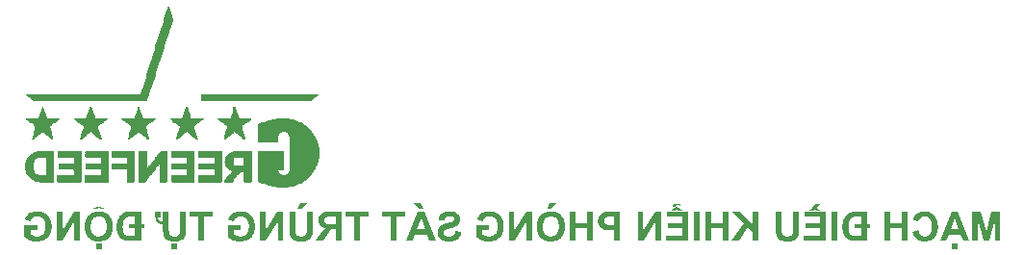
<source format=gbo>
G04 Layer_Color=32896*
%FSLAX25Y25*%
%MOIN*%
G70*
G01*
G75*
%ADD73C,0.00300*%
G36*
X1264466Y1091170D02*
X1264933Y1091111D01*
X1265137Y1091068D01*
X1265341Y1091024D01*
X1265531Y1090980D01*
X1265691Y1090936D01*
X1265837Y1090878D01*
X1265983Y1090835D01*
X1266085Y1090791D01*
X1266187Y1090762D01*
X1266260Y1090718D01*
X1266318Y1090703D01*
X1266347Y1090674D01*
X1266362D01*
X1266814Y1090412D01*
X1267004Y1090251D01*
X1267193Y1090106D01*
X1267368Y1089945D01*
X1267528Y1089785D01*
X1267674Y1089624D01*
X1267805Y1089478D01*
X1267907Y1089333D01*
X1268009Y1089202D01*
X1268097Y1089085D01*
X1268170Y1088983D01*
X1268214Y1088895D01*
X1268257Y1088837D01*
X1268272Y1088793D01*
X1268287Y1088779D01*
X1268403Y1088545D01*
X1268505Y1088312D01*
X1268666Y1087831D01*
X1268782Y1087350D01*
X1268855Y1086927D01*
X1268884Y1086723D01*
X1268913Y1086548D01*
X1268928Y1086388D01*
Y1086242D01*
X1268943Y1086140D01*
Y1086052D01*
Y1085994D01*
Y1085979D01*
X1268913Y1085440D01*
X1268855Y1084944D01*
X1268753Y1084492D01*
X1268709Y1084274D01*
X1268651Y1084084D01*
X1268593Y1083909D01*
X1268549Y1083749D01*
X1268491Y1083617D01*
X1268447Y1083501D01*
X1268418Y1083413D01*
X1268389Y1083340D01*
X1268359Y1083297D01*
Y1083282D01*
X1268112Y1082845D01*
X1267834Y1082466D01*
X1267543Y1082130D01*
X1267251Y1081868D01*
X1267120Y1081751D01*
X1266989Y1081649D01*
X1266887Y1081562D01*
X1266785Y1081503D01*
X1266712Y1081445D01*
X1266639Y1081401D01*
X1266610Y1081387D01*
X1266595Y1081372D01*
X1266362Y1081255D01*
X1266143Y1081153D01*
X1265662Y1080993D01*
X1265196Y1080876D01*
X1264773Y1080803D01*
X1264569Y1080774D01*
X1264394Y1080745D01*
X1264233Y1080731D01*
X1264087D01*
X1263985Y1080716D01*
X1263825D01*
X1263358Y1080731D01*
X1262921Y1080789D01*
X1262498Y1080862D01*
X1262134Y1080949D01*
X1261973Y1080993D01*
X1261828Y1081037D01*
X1261696Y1081081D01*
X1261580Y1081110D01*
X1261492Y1081139D01*
X1261434Y1081168D01*
X1261390Y1081182D01*
X1261376D01*
X1260938Y1081357D01*
X1260574Y1081547D01*
X1260253Y1081737D01*
X1259976Y1081897D01*
X1259772Y1082043D01*
X1259699Y1082101D01*
X1259626Y1082159D01*
X1259582Y1082203D01*
X1259538Y1082232D01*
X1259509Y1082261D01*
Y1086315D01*
X1263898D01*
Y1084609D01*
X1261565D01*
Y1083311D01*
X1261740Y1083180D01*
X1261930Y1083063D01*
X1262119Y1082961D01*
X1262294Y1082874D01*
X1262440Y1082801D01*
X1262571Y1082743D01*
X1262644Y1082713D01*
X1262659Y1082699D01*
X1262673D01*
X1262906Y1082611D01*
X1263140Y1082553D01*
X1263358Y1082509D01*
X1263548Y1082480D01*
X1263723Y1082466D01*
X1263840Y1082451D01*
X1263956D01*
X1264190Y1082466D01*
X1264423Y1082495D01*
X1264627Y1082539D01*
X1264831Y1082597D01*
X1265196Y1082743D01*
X1265341Y1082815D01*
X1265487Y1082903D01*
X1265618Y1082990D01*
X1265735Y1083063D01*
X1265823Y1083151D01*
X1265910Y1083209D01*
X1265968Y1083267D01*
X1266012Y1083311D01*
X1266041Y1083340D01*
X1266056Y1083355D01*
X1266187Y1083530D01*
X1266318Y1083734D01*
X1266420Y1083938D01*
X1266508Y1084157D01*
X1266654Y1084609D01*
X1266741Y1085046D01*
X1266770Y1085250D01*
X1266799Y1085454D01*
X1266814Y1085615D01*
X1266829Y1085775D01*
X1266843Y1085892D01*
Y1085994D01*
Y1086052D01*
Y1086067D01*
X1266829Y1086373D01*
X1266814Y1086650D01*
X1266770Y1086927D01*
X1266726Y1087175D01*
X1266668Y1087394D01*
X1266595Y1087598D01*
X1266522Y1087787D01*
X1266449Y1087962D01*
X1266391Y1088108D01*
X1266318Y1088239D01*
X1266245Y1088341D01*
X1266187Y1088429D01*
X1266143Y1088502D01*
X1266099Y1088545D01*
X1266085Y1088575D01*
X1266070Y1088589D01*
X1265910Y1088735D01*
X1265750Y1088881D01*
X1265575Y1088983D01*
X1265400Y1089085D01*
X1265225Y1089172D01*
X1265050Y1089245D01*
X1264714Y1089347D01*
X1264554Y1089377D01*
X1264408Y1089406D01*
X1264277Y1089420D01*
X1264160Y1089435D01*
X1264073Y1089449D01*
X1263942D01*
X1263621Y1089435D01*
X1263344Y1089377D01*
X1263096Y1089318D01*
X1262877Y1089231D01*
X1262717Y1089158D01*
X1262586Y1089085D01*
X1262513Y1089027D01*
X1262484Y1089012D01*
X1262280Y1088837D01*
X1262105Y1088647D01*
X1261959Y1088458D01*
X1261857Y1088268D01*
X1261769Y1088093D01*
X1261711Y1087962D01*
X1261682Y1087875D01*
X1261667Y1087860D01*
Y1087846D01*
X1259641Y1088225D01*
X1259699Y1088472D01*
X1259786Y1088720D01*
X1259874Y1088939D01*
X1259991Y1089143D01*
X1260093Y1089347D01*
X1260209Y1089522D01*
X1260326Y1089683D01*
X1260443Y1089828D01*
X1260559Y1089960D01*
X1260661Y1090076D01*
X1260749Y1090178D01*
X1260836Y1090251D01*
X1260909Y1090310D01*
X1260967Y1090368D01*
X1260997Y1090382D01*
X1261011Y1090397D01*
X1261215Y1090543D01*
X1261434Y1090660D01*
X1261667Y1090762D01*
X1261915Y1090849D01*
X1262396Y1090995D01*
X1262863Y1091082D01*
X1263081Y1091126D01*
X1263286Y1091141D01*
X1263475Y1091155D01*
X1263636Y1091170D01*
X1263767Y1091184D01*
X1263942D01*
X1264466Y1091170D01*
D02*
G37*
G36*
X1288961Y1085600D02*
Y1085294D01*
X1288946Y1085003D01*
Y1084725D01*
X1288932Y1084478D01*
X1288917Y1084244D01*
X1288903Y1084040D01*
X1288888Y1083851D01*
X1288859Y1083676D01*
X1288844Y1083530D01*
X1288830Y1083399D01*
X1288815Y1083282D01*
X1288801Y1083195D01*
X1288786Y1083122D01*
Y1083078D01*
X1288771Y1083049D01*
Y1083034D01*
X1288698Y1082815D01*
X1288626Y1082611D01*
X1288524Y1082422D01*
X1288436Y1082261D01*
X1288349Y1082116D01*
X1288276Y1081999D01*
X1288217Y1081941D01*
X1288203Y1081911D01*
X1288028Y1081722D01*
X1287838Y1081547D01*
X1287634Y1081401D01*
X1287445Y1081270D01*
X1287284Y1081168D01*
X1287138Y1081095D01*
X1287051Y1081051D01*
X1287036Y1081037D01*
X1287022D01*
X1286876Y1080978D01*
X1286716Y1080935D01*
X1286351Y1080847D01*
X1285987Y1080789D01*
X1285637Y1080760D01*
X1285476Y1080745D01*
X1285316Y1080731D01*
X1285185D01*
X1285054Y1080716D01*
X1284820D01*
X1284397Y1080731D01*
X1284018Y1080760D01*
X1283683Y1080818D01*
X1283406Y1080876D01*
X1283289Y1080891D01*
X1283173Y1080920D01*
X1283085Y1080949D01*
X1283012Y1080978D01*
X1282954Y1080993D01*
X1282910Y1081008D01*
X1282896Y1081022D01*
X1282881D01*
X1282619Y1081139D01*
X1282385Y1081285D01*
X1282181Y1081416D01*
X1282006Y1081547D01*
X1281875Y1081664D01*
X1281773Y1081751D01*
X1281715Y1081810D01*
X1281700Y1081839D01*
X1281540Y1082043D01*
X1281409Y1082261D01*
X1281306Y1082466D01*
X1281219Y1082670D01*
X1281161Y1082845D01*
X1281117Y1082990D01*
X1281102Y1083034D01*
Y1083078D01*
X1281088Y1083092D01*
Y1083107D01*
X1281059Y1083267D01*
X1281029Y1083442D01*
X1281000Y1083632D01*
X1280986Y1083821D01*
X1280956Y1084259D01*
X1280927Y1084682D01*
Y1084871D01*
Y1085061D01*
X1280913Y1085236D01*
Y1085382D01*
Y1085498D01*
Y1085600D01*
Y1085659D01*
Y1085673D01*
Y1090995D01*
X1282954D01*
Y1085396D01*
Y1085177D01*
Y1084973D01*
X1282969Y1084784D01*
Y1084609D01*
X1282983Y1084463D01*
Y1084317D01*
X1282998Y1084186D01*
Y1084069D01*
X1283027Y1083894D01*
X1283041Y1083763D01*
X1283056Y1083690D01*
Y1083661D01*
X1283100Y1083472D01*
X1283173Y1083311D01*
X1283260Y1083165D01*
X1283348Y1083034D01*
X1283435Y1082932D01*
X1283508Y1082859D01*
X1283566Y1082815D01*
X1283581Y1082801D01*
X1283756Y1082684D01*
X1283975Y1082597D01*
X1284179Y1082539D01*
X1284397Y1082495D01*
X1284587Y1082466D01*
X1284733Y1082451D01*
X1284879D01*
X1285185Y1082466D01*
X1285447Y1082509D01*
X1285680Y1082568D01*
X1285885Y1082640D01*
X1286030Y1082699D01*
X1286147Y1082757D01*
X1286205Y1082801D01*
X1286234Y1082815D01*
X1286395Y1082961D01*
X1286526Y1083136D01*
X1286643Y1083297D01*
X1286716Y1083457D01*
X1286774Y1083603D01*
X1286818Y1083719D01*
X1286847Y1083792D01*
Y1083821D01*
X1286861Y1083909D01*
X1286876Y1083996D01*
Y1084113D01*
X1286891Y1084244D01*
X1286905Y1084521D01*
Y1084813D01*
X1286920Y1085075D01*
Y1085192D01*
Y1085309D01*
Y1085396D01*
Y1085454D01*
Y1085498D01*
Y1085513D01*
Y1090995D01*
X1288961D01*
Y1085600D01*
D02*
G37*
G36*
X1245104D02*
Y1085294D01*
X1245090Y1085003D01*
Y1084725D01*
X1245075Y1084478D01*
X1245061Y1084244D01*
X1245046Y1084040D01*
X1245031Y1083851D01*
X1245002Y1083676D01*
X1244988Y1083530D01*
X1244973Y1083399D01*
X1244958Y1083282D01*
X1244944Y1083195D01*
X1244929Y1083122D01*
Y1083078D01*
X1244915Y1083049D01*
Y1083034D01*
X1244842Y1082815D01*
X1244769Y1082611D01*
X1244667Y1082422D01*
X1244579Y1082261D01*
X1244492Y1082116D01*
X1244419Y1081999D01*
X1244361Y1081941D01*
X1244346Y1081911D01*
X1244142Y1081707D01*
X1243923Y1081518D01*
X1243676Y1081357D01*
X1243398Y1081226D01*
X1243121Y1081110D01*
X1242844Y1081008D01*
X1242567Y1080935D01*
X1242290Y1080862D01*
X1242028Y1080818D01*
X1241780Y1080774D01*
X1241547Y1080760D01*
X1241357Y1080731D01*
X1241197D01*
X1241066Y1080716D01*
X1240964D01*
X1240570Y1080731D01*
X1240205Y1080760D01*
X1239870Y1080818D01*
X1239564Y1080891D01*
X1239287Y1080978D01*
X1239025Y1081066D01*
X1238791Y1081168D01*
X1238587Y1081285D01*
X1238412Y1081387D01*
X1238252Y1081489D01*
X1238120Y1081576D01*
X1238018Y1081664D01*
X1237931Y1081737D01*
X1237873Y1081795D01*
X1237844Y1081824D01*
X1237829Y1081839D01*
X1237683Y1082043D01*
X1237552Y1082261D01*
X1237450Y1082480D01*
X1237362Y1082670D01*
X1237304Y1082845D01*
X1237260Y1082990D01*
X1237231Y1083078D01*
Y1083092D01*
Y1083107D01*
X1237202Y1083267D01*
X1237173Y1083442D01*
X1237144Y1083632D01*
X1237129Y1083836D01*
X1237100Y1084274D01*
X1237071Y1084696D01*
Y1084886D01*
Y1085075D01*
X1237056Y1085250D01*
Y1085396D01*
Y1085513D01*
Y1085615D01*
Y1085673D01*
Y1085688D01*
Y1086606D01*
X1236823Y1086650D01*
X1236590Y1086694D01*
X1236386Y1086752D01*
X1236196Y1086810D01*
X1236021Y1086883D01*
X1235861Y1086942D01*
X1235715Y1087014D01*
X1235598Y1087073D01*
X1235481Y1087146D01*
X1235379Y1087204D01*
X1235307Y1087262D01*
X1235234Y1087306D01*
X1235190Y1087350D01*
X1235146Y1087379D01*
X1235117Y1087408D01*
X1234986Y1087554D01*
X1234869Y1087700D01*
X1234767Y1087846D01*
X1234694Y1087977D01*
X1234650Y1088093D01*
X1234607Y1088181D01*
X1234577Y1088254D01*
Y1088268D01*
X1234519Y1088458D01*
X1234490Y1088677D01*
X1234461Y1088910D01*
X1234432Y1089114D01*
Y1089318D01*
X1234417Y1089464D01*
Y1089522D01*
Y1089566D01*
Y1089595D01*
Y1089610D01*
Y1090995D01*
X1236356D01*
Y1089056D01*
X1235409D01*
X1235423Y1088837D01*
X1235452Y1088647D01*
X1235496Y1088487D01*
X1235540Y1088341D01*
X1235598Y1088239D01*
X1235627Y1088166D01*
X1235657Y1088123D01*
X1235671Y1088108D01*
X1235846Y1087918D01*
X1236050Y1087773D01*
X1236283Y1087642D01*
X1236517Y1087554D01*
X1236721Y1087481D01*
X1236896Y1087423D01*
X1236969Y1087408D01*
X1237012D01*
X1237042Y1087394D01*
X1237056D01*
Y1090995D01*
X1239097D01*
Y1085396D01*
Y1085177D01*
Y1084973D01*
X1239112Y1084784D01*
Y1084623D01*
X1239126Y1084463D01*
Y1084317D01*
X1239141Y1084201D01*
Y1084084D01*
X1239170Y1083894D01*
X1239185Y1083778D01*
X1239199Y1083705D01*
Y1083676D01*
X1239258Y1083457D01*
X1239331Y1083267D01*
X1239447Y1083107D01*
X1239564Y1082961D01*
X1239710Y1082845D01*
X1239870Y1082757D01*
X1240030Y1082670D01*
X1240191Y1082611D01*
X1240497Y1082509D01*
X1240643Y1082495D01*
X1240759Y1082466D01*
X1240876D01*
X1240949Y1082451D01*
X1241022D01*
X1241328Y1082466D01*
X1241590Y1082509D01*
X1241838Y1082582D01*
X1242043Y1082670D01*
X1242232Y1082772D01*
X1242392Y1082888D01*
X1242524Y1083005D01*
X1242640Y1083136D01*
X1242742Y1083267D01*
X1242815Y1083384D01*
X1242874Y1083501D01*
X1242917Y1083603D01*
X1242947Y1083690D01*
X1242976Y1083763D01*
X1242990Y1083807D01*
Y1083821D01*
X1243005Y1083894D01*
X1243019Y1083996D01*
Y1084113D01*
X1243034Y1084244D01*
X1243048Y1084521D01*
Y1084798D01*
X1243063Y1085075D01*
Y1085192D01*
Y1085294D01*
Y1085382D01*
Y1085454D01*
Y1085498D01*
Y1085513D01*
Y1090995D01*
X1245104D01*
Y1085600D01*
D02*
G37*
G36*
X1194031Y1091170D02*
X1194497Y1091111D01*
X1194701Y1091068D01*
X1194905Y1091024D01*
X1195095Y1090980D01*
X1195255Y1090936D01*
X1195401Y1090878D01*
X1195547Y1090835D01*
X1195649Y1090791D01*
X1195751Y1090762D01*
X1195824Y1090718D01*
X1195882Y1090703D01*
X1195911Y1090674D01*
X1195926D01*
X1196378Y1090412D01*
X1196568Y1090251D01*
X1196757Y1090106D01*
X1196932Y1089945D01*
X1197092Y1089785D01*
X1197238Y1089624D01*
X1197369Y1089478D01*
X1197472Y1089333D01*
X1197573Y1089202D01*
X1197661Y1089085D01*
X1197734Y1088983D01*
X1197778Y1088895D01*
X1197821Y1088837D01*
X1197836Y1088793D01*
X1197851Y1088779D01*
X1197967Y1088545D01*
X1198069Y1088312D01*
X1198230Y1087831D01*
X1198346Y1087350D01*
X1198419Y1086927D01*
X1198448Y1086723D01*
X1198477Y1086548D01*
X1198492Y1086388D01*
Y1086242D01*
X1198507Y1086140D01*
Y1086052D01*
Y1085994D01*
Y1085979D01*
X1198477Y1085440D01*
X1198419Y1084944D01*
X1198317Y1084492D01*
X1198273Y1084274D01*
X1198215Y1084084D01*
X1198157Y1083909D01*
X1198113Y1083749D01*
X1198055Y1083617D01*
X1198011Y1083501D01*
X1197982Y1083413D01*
X1197953Y1083340D01*
X1197923Y1083297D01*
Y1083282D01*
X1197676Y1082845D01*
X1197399Y1082466D01*
X1197107Y1082130D01*
X1196815Y1081868D01*
X1196684Y1081751D01*
X1196553Y1081649D01*
X1196451Y1081562D01*
X1196349Y1081503D01*
X1196276Y1081445D01*
X1196203Y1081401D01*
X1196174Y1081387D01*
X1196159Y1081372D01*
X1195926Y1081255D01*
X1195707Y1081153D01*
X1195226Y1080993D01*
X1194760Y1080876D01*
X1194337Y1080803D01*
X1194133Y1080774D01*
X1193958Y1080745D01*
X1193797Y1080731D01*
X1193651D01*
X1193549Y1080716D01*
X1193389D01*
X1192922Y1080731D01*
X1192485Y1080789D01*
X1192062Y1080862D01*
X1191698Y1080949D01*
X1191537Y1080993D01*
X1191392Y1081037D01*
X1191260Y1081081D01*
X1191144Y1081110D01*
X1191056Y1081139D01*
X1190998Y1081168D01*
X1190954Y1081182D01*
X1190940D01*
X1190502Y1081357D01*
X1190138Y1081547D01*
X1189817Y1081737D01*
X1189540Y1081897D01*
X1189336Y1082043D01*
X1189263Y1082101D01*
X1189190Y1082159D01*
X1189146Y1082203D01*
X1189102Y1082232D01*
X1189073Y1082261D01*
Y1086315D01*
X1193462D01*
Y1084609D01*
X1191129D01*
Y1083311D01*
X1191304Y1083180D01*
X1191494Y1083063D01*
X1191683Y1082961D01*
X1191858Y1082874D01*
X1192004Y1082801D01*
X1192135Y1082743D01*
X1192208Y1082713D01*
X1192223Y1082699D01*
X1192237D01*
X1192470Y1082611D01*
X1192704Y1082553D01*
X1192922Y1082509D01*
X1193112Y1082480D01*
X1193287Y1082466D01*
X1193404Y1082451D01*
X1193520D01*
X1193754Y1082466D01*
X1193987Y1082495D01*
X1194191Y1082539D01*
X1194395Y1082597D01*
X1194760Y1082743D01*
X1194905Y1082815D01*
X1195051Y1082903D01*
X1195182Y1082990D01*
X1195299Y1083063D01*
X1195387Y1083151D01*
X1195474Y1083209D01*
X1195532Y1083267D01*
X1195576Y1083311D01*
X1195605Y1083340D01*
X1195620Y1083355D01*
X1195751Y1083530D01*
X1195882Y1083734D01*
X1195984Y1083938D01*
X1196072Y1084157D01*
X1196218Y1084609D01*
X1196305Y1085046D01*
X1196334Y1085250D01*
X1196363Y1085454D01*
X1196378Y1085615D01*
X1196393Y1085775D01*
X1196407Y1085892D01*
Y1085994D01*
Y1086052D01*
Y1086067D01*
X1196393Y1086373D01*
X1196378Y1086650D01*
X1196334Y1086927D01*
X1196290Y1087175D01*
X1196232Y1087394D01*
X1196159Y1087598D01*
X1196086Y1087787D01*
X1196014Y1087962D01*
X1195955Y1088108D01*
X1195882Y1088239D01*
X1195809Y1088341D01*
X1195751Y1088429D01*
X1195707Y1088502D01*
X1195664Y1088545D01*
X1195649Y1088575D01*
X1195634Y1088589D01*
X1195474Y1088735D01*
X1195314Y1088881D01*
X1195139Y1088983D01*
X1194964Y1089085D01*
X1194789Y1089172D01*
X1194614Y1089245D01*
X1194278Y1089347D01*
X1194118Y1089377D01*
X1193972Y1089406D01*
X1193841Y1089420D01*
X1193724Y1089435D01*
X1193637Y1089449D01*
X1193506D01*
X1193185Y1089435D01*
X1192908Y1089377D01*
X1192660Y1089318D01*
X1192441Y1089231D01*
X1192281Y1089158D01*
X1192150Y1089085D01*
X1192077Y1089027D01*
X1192048Y1089012D01*
X1191844Y1088837D01*
X1191669Y1088647D01*
X1191523Y1088458D01*
X1191421Y1088268D01*
X1191333Y1088093D01*
X1191275Y1087962D01*
X1191246Y1087875D01*
X1191231Y1087860D01*
Y1087846D01*
X1189205Y1088225D01*
X1189263Y1088472D01*
X1189350Y1088720D01*
X1189438Y1088939D01*
X1189555Y1089143D01*
X1189657Y1089347D01*
X1189773Y1089522D01*
X1189890Y1089683D01*
X1190007Y1089828D01*
X1190123Y1089960D01*
X1190225Y1090076D01*
X1190313Y1090178D01*
X1190400Y1090251D01*
X1190473Y1090310D01*
X1190531Y1090368D01*
X1190561Y1090382D01*
X1190575Y1090397D01*
X1190779Y1090543D01*
X1190998Y1090660D01*
X1191231Y1090762D01*
X1191479Y1090849D01*
X1191960Y1090995D01*
X1192427Y1091082D01*
X1192645Y1091126D01*
X1192850Y1091141D01*
X1193039Y1091155D01*
X1193200Y1091170D01*
X1193331Y1091184D01*
X1193506D01*
X1194031Y1091170D01*
D02*
G37*
G36*
X1254406Y1089289D02*
X1251417D01*
Y1080906D01*
X1249376D01*
Y1089289D01*
X1246402D01*
Y1090995D01*
X1254406D01*
Y1089289D01*
D02*
G37*
G36*
X1501144Y1091170D02*
X1501523Y1091126D01*
X1501858Y1091053D01*
X1502193Y1090966D01*
X1502485Y1090864D01*
X1502777Y1090747D01*
X1503024Y1090616D01*
X1503258Y1090485D01*
X1503477Y1090353D01*
X1503651Y1090222D01*
X1503812Y1090106D01*
X1503943Y1090003D01*
X1504045Y1089916D01*
X1504118Y1089843D01*
X1504162Y1089799D01*
X1504176Y1089785D01*
X1504410Y1089508D01*
X1504599Y1089216D01*
X1504774Y1088910D01*
X1504920Y1088589D01*
X1505051Y1088254D01*
X1505153Y1087933D01*
X1505241Y1087612D01*
X1505314Y1087306D01*
X1505372Y1087000D01*
X1505401Y1086738D01*
X1505430Y1086490D01*
X1505459Y1086285D01*
Y1086111D01*
X1505474Y1085979D01*
Y1085892D01*
Y1085877D01*
Y1085863D01*
X1505459Y1085425D01*
X1505416Y1085017D01*
X1505357Y1084623D01*
X1505270Y1084274D01*
X1505182Y1083938D01*
X1505066Y1083617D01*
X1504949Y1083340D01*
X1504832Y1083092D01*
X1504716Y1082859D01*
X1504599Y1082655D01*
X1504482Y1082495D01*
X1504395Y1082349D01*
X1504308Y1082247D01*
X1504249Y1082159D01*
X1504206Y1082116D01*
X1504191Y1082101D01*
X1503943Y1081853D01*
X1503681Y1081649D01*
X1503404Y1081460D01*
X1503127Y1081314D01*
X1502850Y1081182D01*
X1502573Y1081066D01*
X1502310Y1080978D01*
X1502062Y1080906D01*
X1501814Y1080847D01*
X1501596Y1080803D01*
X1501392Y1080774D01*
X1501231Y1080760D01*
X1501085Y1080745D01*
X1500983Y1080731D01*
X1500896D01*
X1500590Y1080745D01*
X1500313Y1080760D01*
X1500036Y1080803D01*
X1499788Y1080862D01*
X1499555Y1080920D01*
X1499336Y1080978D01*
X1499132Y1081051D01*
X1498942Y1081139D01*
X1498782Y1081212D01*
X1498636Y1081285D01*
X1498505Y1081343D01*
X1498403Y1081401D01*
X1498315Y1081460D01*
X1498257Y1081503D01*
X1498228Y1081518D01*
X1498213Y1081532D01*
X1498024Y1081693D01*
X1497849Y1081868D01*
X1497528Y1082261D01*
X1497265Y1082670D01*
X1497061Y1083063D01*
X1496974Y1083253D01*
X1496901Y1083428D01*
X1496843Y1083588D01*
X1496784Y1083719D01*
X1496741Y1083836D01*
X1496711Y1083924D01*
X1496697Y1083982D01*
Y1083996D01*
X1498680Y1084609D01*
X1498796Y1084215D01*
X1498927Y1083880D01*
X1499059Y1083603D01*
X1499205Y1083370D01*
X1499321Y1083195D01*
X1499423Y1083078D01*
X1499496Y1083005D01*
X1499525Y1082976D01*
X1499759Y1082801D01*
X1499992Y1082684D01*
X1500225Y1082597D01*
X1500429Y1082524D01*
X1500619Y1082495D01*
X1500779Y1082480D01*
X1500838Y1082466D01*
X1500910D01*
X1501114Y1082480D01*
X1501304Y1082495D01*
X1501654Y1082597D01*
X1501960Y1082713D01*
X1502208Y1082874D01*
X1502412Y1083020D01*
X1502558Y1083136D01*
X1502616Y1083195D01*
X1502660Y1083238D01*
X1502675Y1083253D01*
X1502689Y1083267D01*
X1502806Y1083428D01*
X1502908Y1083617D01*
X1503010Y1083821D01*
X1503083Y1084040D01*
X1503199Y1084492D01*
X1503287Y1084944D01*
X1503316Y1085163D01*
X1503331Y1085352D01*
X1503360Y1085542D01*
Y1085702D01*
X1503374Y1085819D01*
Y1085921D01*
Y1085994D01*
Y1086008D01*
X1503360Y1086344D01*
X1503345Y1086650D01*
X1503316Y1086927D01*
X1503272Y1087189D01*
X1503214Y1087423D01*
X1503156Y1087642D01*
X1503097Y1087831D01*
X1503024Y1088006D01*
X1502966Y1088152D01*
X1502908Y1088283D01*
X1502850Y1088385D01*
X1502791Y1088472D01*
X1502748Y1088545D01*
X1502718Y1088589D01*
X1502689Y1088618D01*
Y1088633D01*
X1502558Y1088779D01*
X1502412Y1088910D01*
X1502266Y1089012D01*
X1502106Y1089100D01*
X1501800Y1089245D01*
X1501508Y1089347D01*
X1501260Y1089406D01*
X1501144Y1089420D01*
X1501056Y1089435D01*
X1500969Y1089449D01*
X1500867D01*
X1500575Y1089435D01*
X1500313Y1089377D01*
X1500079Y1089304D01*
X1499875Y1089216D01*
X1499715Y1089129D01*
X1499598Y1089056D01*
X1499525Y1088997D01*
X1499496Y1088983D01*
X1499307Y1088808D01*
X1499132Y1088604D01*
X1499000Y1088400D01*
X1498898Y1088196D01*
X1498825Y1088021D01*
X1498782Y1087889D01*
X1498753Y1087831D01*
Y1087787D01*
X1498738Y1087773D01*
Y1087758D01*
X1496726Y1088239D01*
X1496872Y1088662D01*
X1497032Y1089027D01*
X1497207Y1089347D01*
X1497367Y1089610D01*
X1497528Y1089814D01*
X1497586Y1089901D01*
X1497645Y1089974D01*
X1497688Y1090018D01*
X1497732Y1090062D01*
X1497747Y1090091D01*
X1497761D01*
X1497980Y1090281D01*
X1498228Y1090455D01*
X1498461Y1090601D01*
X1498709Y1090718D01*
X1498971Y1090835D01*
X1499219Y1090922D01*
X1499467Y1090995D01*
X1499700Y1091053D01*
X1499919Y1091097D01*
X1500123Y1091126D01*
X1500298Y1091155D01*
X1500458Y1091170D01*
X1500590Y1091184D01*
X1500765D01*
X1501144Y1091170D01*
D02*
G37*
G36*
X1371863D02*
X1372286Y1091126D01*
X1372650Y1091053D01*
X1372971Y1090980D01*
X1373102Y1090936D01*
X1373233Y1090907D01*
X1373335Y1090878D01*
X1373423Y1090835D01*
X1373496Y1090820D01*
X1373554Y1090791D01*
X1373583Y1090776D01*
X1373598D01*
X1373860Y1090660D01*
X1374108Y1090514D01*
X1374327Y1090353D01*
X1374516Y1090208D01*
X1374677Y1090076D01*
X1374808Y1089960D01*
X1374881Y1089887D01*
X1374895Y1089872D01*
X1374910Y1089858D01*
X1375114Y1089624D01*
X1375304Y1089377D01*
X1375464Y1089158D01*
X1375595Y1088939D01*
X1375697Y1088750D01*
X1375785Y1088604D01*
X1375799Y1088545D01*
X1375829Y1088502D01*
X1375843Y1088487D01*
Y1088472D01*
X1375989Y1088064D01*
X1376106Y1087627D01*
X1376178Y1087189D01*
X1376237Y1086781D01*
X1376251Y1086592D01*
X1376266Y1086417D01*
X1376281Y1086271D01*
Y1086140D01*
X1376295Y1086023D01*
Y1085950D01*
Y1085892D01*
Y1085877D01*
X1376281Y1085440D01*
X1376237Y1085017D01*
X1376178Y1084623D01*
X1376091Y1084259D01*
X1375989Y1083924D01*
X1375872Y1083617D01*
X1375756Y1083326D01*
X1375624Y1083078D01*
X1375508Y1082845D01*
X1375391Y1082655D01*
X1375275Y1082480D01*
X1375173Y1082334D01*
X1375085Y1082232D01*
X1375027Y1082145D01*
X1374983Y1082101D01*
X1374968Y1082086D01*
X1374706Y1081839D01*
X1374429Y1081635D01*
X1374152Y1081445D01*
X1373846Y1081299D01*
X1373554Y1081168D01*
X1373248Y1081051D01*
X1372971Y1080964D01*
X1372679Y1080891D01*
X1372417Y1080833D01*
X1372169Y1080789D01*
X1371950Y1080760D01*
X1371761Y1080745D01*
X1371615Y1080731D01*
X1371498Y1080716D01*
X1371396D01*
X1370988Y1080731D01*
X1370609Y1080774D01*
X1370244Y1080847D01*
X1369909Y1080935D01*
X1369588Y1081037D01*
X1369297Y1081153D01*
X1369034Y1081270D01*
X1368786Y1081401D01*
X1368582Y1081532D01*
X1368393Y1081649D01*
X1368232Y1081766D01*
X1368101Y1081868D01*
X1367984Y1081955D01*
X1367912Y1082028D01*
X1367868Y1082072D01*
X1367853Y1082086D01*
X1367620Y1082364D01*
X1367416Y1082655D01*
X1367226Y1082961D01*
X1367081Y1083267D01*
X1366949Y1083588D01*
X1366833Y1083909D01*
X1366745Y1084230D01*
X1366672Y1084536D01*
X1366629Y1084813D01*
X1366585Y1085090D01*
X1366556Y1085323D01*
X1366527Y1085527D01*
Y1085702D01*
X1366512Y1085833D01*
Y1085907D01*
Y1085936D01*
X1366527Y1086388D01*
X1366570Y1086810D01*
X1366629Y1087204D01*
X1366716Y1087583D01*
X1366818Y1087918D01*
X1366935Y1088239D01*
X1367051Y1088531D01*
X1367183Y1088779D01*
X1367314Y1089012D01*
X1367430Y1089216D01*
X1367547Y1089391D01*
X1367649Y1089537D01*
X1367722Y1089639D01*
X1367795Y1089726D01*
X1367839Y1089770D01*
X1367853Y1089785D01*
X1368116Y1090033D01*
X1368393Y1090251D01*
X1368684Y1090441D01*
X1368976Y1090601D01*
X1369282Y1090732D01*
X1369574Y1090849D01*
X1369865Y1090936D01*
X1370142Y1091009D01*
X1370405Y1091068D01*
X1370653Y1091111D01*
X1370871Y1091141D01*
X1371061Y1091170D01*
X1371207D01*
X1371323Y1091184D01*
X1371425D01*
X1371863Y1091170D01*
D02*
G37*
G36*
X1457360Y1085600D02*
Y1085294D01*
X1457345Y1085003D01*
Y1084725D01*
X1457331Y1084478D01*
X1457316Y1084244D01*
X1457302Y1084040D01*
X1457287Y1083851D01*
X1457258Y1083676D01*
X1457243Y1083530D01*
X1457229Y1083399D01*
X1457214Y1083282D01*
X1457200Y1083195D01*
X1457185Y1083122D01*
Y1083078D01*
X1457170Y1083049D01*
Y1083034D01*
X1457098Y1082815D01*
X1457025Y1082611D01*
X1456923Y1082422D01*
X1456835Y1082261D01*
X1456748Y1082116D01*
X1456675Y1081999D01*
X1456616Y1081941D01*
X1456602Y1081911D01*
X1456427Y1081722D01*
X1456237Y1081547D01*
X1456033Y1081401D01*
X1455844Y1081270D01*
X1455683Y1081168D01*
X1455537Y1081095D01*
X1455450Y1081051D01*
X1455435Y1081037D01*
X1455421D01*
X1455275Y1080978D01*
X1455115Y1080935D01*
X1454750Y1080847D01*
X1454386Y1080789D01*
X1454036Y1080760D01*
X1453875Y1080745D01*
X1453715Y1080731D01*
X1453584D01*
X1453452Y1080716D01*
X1453219D01*
X1452796Y1080731D01*
X1452417Y1080760D01*
X1452082Y1080818D01*
X1451805Y1080876D01*
X1451688Y1080891D01*
X1451572Y1080920D01*
X1451484Y1080949D01*
X1451411Y1080978D01*
X1451353Y1080993D01*
X1451309Y1081008D01*
X1451295Y1081022D01*
X1451280D01*
X1451018Y1081139D01*
X1450784Y1081285D01*
X1450580Y1081416D01*
X1450405Y1081547D01*
X1450274Y1081664D01*
X1450172Y1081751D01*
X1450114Y1081810D01*
X1450099Y1081839D01*
X1449939Y1082043D01*
X1449807Y1082261D01*
X1449706Y1082466D01*
X1449618Y1082670D01*
X1449560Y1082845D01*
X1449516Y1082990D01*
X1449501Y1083034D01*
Y1083078D01*
X1449487Y1083092D01*
Y1083107D01*
X1449458Y1083267D01*
X1449428Y1083442D01*
X1449399Y1083632D01*
X1449385Y1083821D01*
X1449356Y1084259D01*
X1449326Y1084682D01*
Y1084871D01*
Y1085061D01*
X1449312Y1085236D01*
Y1085382D01*
Y1085498D01*
Y1085600D01*
Y1085659D01*
Y1085673D01*
Y1090995D01*
X1451353D01*
Y1085396D01*
Y1085177D01*
Y1084973D01*
X1451368Y1084784D01*
Y1084609D01*
X1451382Y1084463D01*
Y1084317D01*
X1451397Y1084186D01*
Y1084069D01*
X1451426Y1083894D01*
X1451441Y1083763D01*
X1451455Y1083690D01*
Y1083661D01*
X1451499Y1083472D01*
X1451572Y1083311D01*
X1451659Y1083165D01*
X1451747Y1083034D01*
X1451834Y1082932D01*
X1451907Y1082859D01*
X1451965Y1082815D01*
X1451980Y1082801D01*
X1452155Y1082684D01*
X1452374Y1082597D01*
X1452578Y1082539D01*
X1452796Y1082495D01*
X1452986Y1082466D01*
X1453132Y1082451D01*
X1453277D01*
X1453584Y1082466D01*
X1453846Y1082509D01*
X1454079Y1082568D01*
X1454284Y1082640D01*
X1454429Y1082699D01*
X1454546Y1082757D01*
X1454604Y1082801D01*
X1454634Y1082815D01*
X1454794Y1082961D01*
X1454925Y1083136D01*
X1455042Y1083297D01*
X1455115Y1083457D01*
X1455173Y1083603D01*
X1455217Y1083719D01*
X1455246Y1083792D01*
Y1083821D01*
X1455260Y1083909D01*
X1455275Y1083996D01*
Y1084113D01*
X1455290Y1084244D01*
X1455304Y1084521D01*
Y1084813D01*
X1455319Y1085075D01*
Y1085192D01*
Y1085309D01*
Y1085396D01*
Y1085454D01*
Y1085498D01*
Y1085513D01*
Y1090995D01*
X1457360D01*
Y1085600D01*
D02*
G37*
G36*
X1350620Y1091170D02*
X1351086Y1091111D01*
X1351291Y1091068D01*
X1351495Y1091024D01*
X1351684Y1090980D01*
X1351845Y1090936D01*
X1351990Y1090878D01*
X1352136Y1090835D01*
X1352238Y1090791D01*
X1352340Y1090762D01*
X1352413Y1090718D01*
X1352471Y1090703D01*
X1352501Y1090674D01*
X1352515D01*
X1352967Y1090412D01*
X1353157Y1090251D01*
X1353346Y1090106D01*
X1353521Y1089945D01*
X1353682Y1089785D01*
X1353827Y1089624D01*
X1353959Y1089478D01*
X1354061Y1089333D01*
X1354163Y1089202D01*
X1354250Y1089085D01*
X1354323Y1088983D01*
X1354367Y1088895D01*
X1354411Y1088837D01*
X1354425Y1088793D01*
X1354440Y1088779D01*
X1354556Y1088545D01*
X1354658Y1088312D01*
X1354819Y1087831D01*
X1354935Y1087350D01*
X1355008Y1086927D01*
X1355037Y1086723D01*
X1355067Y1086548D01*
X1355081Y1086388D01*
Y1086242D01*
X1355096Y1086140D01*
Y1086052D01*
Y1085994D01*
Y1085979D01*
X1355067Y1085440D01*
X1355008Y1084944D01*
X1354906Y1084492D01*
X1354863Y1084274D01*
X1354804Y1084084D01*
X1354746Y1083909D01*
X1354702Y1083749D01*
X1354644Y1083617D01*
X1354600Y1083501D01*
X1354571Y1083413D01*
X1354542Y1083340D01*
X1354513Y1083297D01*
Y1083282D01*
X1354265Y1082845D01*
X1353988Y1082466D01*
X1353696Y1082130D01*
X1353405Y1081868D01*
X1353273Y1081751D01*
X1353142Y1081649D01*
X1353040Y1081562D01*
X1352938Y1081503D01*
X1352865Y1081445D01*
X1352792Y1081401D01*
X1352763Y1081387D01*
X1352748Y1081372D01*
X1352515Y1081255D01*
X1352297Y1081153D01*
X1351815Y1080993D01*
X1351349Y1080876D01*
X1350926Y1080803D01*
X1350722Y1080774D01*
X1350547Y1080745D01*
X1350387Y1080731D01*
X1350241D01*
X1350139Y1080716D01*
X1349978D01*
X1349512Y1080731D01*
X1349074Y1080789D01*
X1348652Y1080862D01*
X1348287Y1080949D01*
X1348127Y1080993D01*
X1347981Y1081037D01*
X1347850Y1081081D01*
X1347733Y1081110D01*
X1347645Y1081139D01*
X1347587Y1081168D01*
X1347543Y1081182D01*
X1347529D01*
X1347091Y1081357D01*
X1346727Y1081547D01*
X1346406Y1081737D01*
X1346129Y1081897D01*
X1345925Y1082043D01*
X1345852Y1082101D01*
X1345779Y1082159D01*
X1345735Y1082203D01*
X1345692Y1082232D01*
X1345663Y1082261D01*
Y1086315D01*
X1350051D01*
Y1084609D01*
X1347718D01*
Y1083311D01*
X1347893Y1083180D01*
X1348083Y1083063D01*
X1348272Y1082961D01*
X1348447Y1082874D01*
X1348593Y1082801D01*
X1348724Y1082743D01*
X1348797Y1082713D01*
X1348812Y1082699D01*
X1348826D01*
X1349060Y1082611D01*
X1349293Y1082553D01*
X1349512Y1082509D01*
X1349701Y1082480D01*
X1349876Y1082466D01*
X1349993Y1082451D01*
X1350109D01*
X1350343Y1082466D01*
X1350576Y1082495D01*
X1350780Y1082539D01*
X1350984Y1082597D01*
X1351349Y1082743D01*
X1351495Y1082815D01*
X1351640Y1082903D01*
X1351772Y1082990D01*
X1351888Y1083063D01*
X1351976Y1083151D01*
X1352063Y1083209D01*
X1352122Y1083267D01*
X1352165Y1083311D01*
X1352194Y1083340D01*
X1352209Y1083355D01*
X1352340Y1083530D01*
X1352471Y1083734D01*
X1352573Y1083938D01*
X1352661Y1084157D01*
X1352807Y1084609D01*
X1352894Y1085046D01*
X1352923Y1085250D01*
X1352953Y1085454D01*
X1352967Y1085615D01*
X1352982Y1085775D01*
X1352996Y1085892D01*
Y1085994D01*
Y1086052D01*
Y1086067D01*
X1352982Y1086373D01*
X1352967Y1086650D01*
X1352923Y1086927D01*
X1352880Y1087175D01*
X1352821Y1087394D01*
X1352748Y1087598D01*
X1352676Y1087787D01*
X1352603Y1087962D01*
X1352544Y1088108D01*
X1352471Y1088239D01*
X1352398Y1088341D01*
X1352340Y1088429D01*
X1352297Y1088502D01*
X1352253Y1088545D01*
X1352238Y1088575D01*
X1352224Y1088589D01*
X1352063Y1088735D01*
X1351903Y1088881D01*
X1351728Y1088983D01*
X1351553Y1089085D01*
X1351378Y1089172D01*
X1351203Y1089245D01*
X1350868Y1089347D01*
X1350707Y1089377D01*
X1350561Y1089406D01*
X1350430Y1089420D01*
X1350314Y1089435D01*
X1350226Y1089449D01*
X1350095D01*
X1349774Y1089435D01*
X1349497Y1089377D01*
X1349249Y1089318D01*
X1349031Y1089231D01*
X1348870Y1089158D01*
X1348739Y1089085D01*
X1348666Y1089027D01*
X1348637Y1089012D01*
X1348433Y1088837D01*
X1348258Y1088647D01*
X1348112Y1088458D01*
X1348010Y1088268D01*
X1347923Y1088093D01*
X1347864Y1087962D01*
X1347835Y1087875D01*
X1347820Y1087860D01*
Y1087846D01*
X1345794Y1088225D01*
X1345852Y1088472D01*
X1345940Y1088720D01*
X1346027Y1088939D01*
X1346144Y1089143D01*
X1346246Y1089347D01*
X1346362Y1089522D01*
X1346479Y1089683D01*
X1346596Y1089828D01*
X1346712Y1089960D01*
X1346814Y1090076D01*
X1346902Y1090178D01*
X1346989Y1090251D01*
X1347062Y1090310D01*
X1347121Y1090368D01*
X1347150Y1090382D01*
X1347164Y1090397D01*
X1347368Y1090543D01*
X1347587Y1090660D01*
X1347820Y1090762D01*
X1348068Y1090849D01*
X1348549Y1090995D01*
X1349016Y1091082D01*
X1349235Y1091126D01*
X1349439Y1091141D01*
X1349628Y1091155D01*
X1349789Y1091170D01*
X1349920Y1091184D01*
X1350095D01*
X1350620Y1091170D01*
D02*
G37*
G36*
X1229460Y1086592D02*
X1230510D01*
Y1085309D01*
X1229460D01*
Y1080906D01*
X1225655D01*
X1225246Y1080920D01*
X1224896Y1080935D01*
X1224576Y1080964D01*
X1224328Y1081008D01*
X1224124Y1081051D01*
X1223963Y1081081D01*
X1223920Y1081095D01*
X1223876D01*
X1223861Y1081110D01*
X1223847D01*
X1223526Y1081226D01*
X1223234Y1081357D01*
X1223001Y1081489D01*
X1222797Y1081620D01*
X1222637Y1081722D01*
X1222520Y1081810D01*
X1222447Y1081882D01*
X1222418Y1081897D01*
X1222170Y1082159D01*
X1221966Y1082436D01*
X1221791Y1082728D01*
X1221645Y1082990D01*
X1221528Y1083224D01*
X1221485Y1083326D01*
X1221441Y1083413D01*
X1221412Y1083472D01*
X1221397Y1083530D01*
X1221383Y1083559D01*
Y1083574D01*
X1221266Y1083953D01*
X1221179Y1084346D01*
X1221106Y1084725D01*
X1221062Y1085075D01*
X1221047Y1085236D01*
X1221033Y1085367D01*
Y1085498D01*
X1221018Y1085615D01*
Y1085702D01*
Y1085761D01*
Y1085804D01*
Y1085819D01*
X1221033Y1086329D01*
X1221062Y1086781D01*
X1221091Y1087000D01*
X1221120Y1087189D01*
X1221149Y1087379D01*
X1221179Y1087539D01*
X1221208Y1087685D01*
X1221237Y1087816D01*
X1221266Y1087933D01*
X1221295Y1088021D01*
X1221310Y1088093D01*
X1221324Y1088152D01*
X1221339Y1088181D01*
Y1088196D01*
X1221470Y1088545D01*
X1221630Y1088852D01*
X1221791Y1089129D01*
X1221937Y1089377D01*
X1222083Y1089566D01*
X1222199Y1089712D01*
X1222243Y1089756D01*
X1222272Y1089799D01*
X1222287Y1089814D01*
X1222301Y1089828D01*
X1222549Y1090062D01*
X1222797Y1090266D01*
X1223059Y1090441D01*
X1223293Y1090572D01*
X1223497Y1090674D01*
X1223672Y1090732D01*
X1223730Y1090762D01*
X1223774Y1090776D01*
X1223803Y1090791D01*
X1223818D01*
X1223949Y1090820D01*
X1224094Y1090864D01*
X1224401Y1090907D01*
X1224722Y1090951D01*
X1225028Y1090966D01*
X1225319Y1090980D01*
X1225436Y1090995D01*
X1229460D01*
Y1086592D01*
D02*
G37*
G36*
X1516321Y1080906D02*
X1514164D01*
X1513333Y1083195D01*
X1509279D01*
X1508405Y1080906D01*
X1506203D01*
X1510256Y1090995D01*
X1512414D01*
X1516321Y1080906D01*
D02*
G37*
G36*
X1331476D02*
X1329318D01*
X1328487Y1083195D01*
X1324434D01*
X1323559Y1080906D01*
X1321358D01*
X1325411Y1090995D01*
X1327569D01*
X1331476Y1080906D01*
D02*
G37*
G36*
X1395453D02*
X1393412D01*
Y1084711D01*
X1391604D01*
X1391385Y1084725D01*
X1391181D01*
X1390992Y1084740D01*
X1390817Y1084755D01*
X1390656Y1084769D01*
X1390525Y1084784D01*
X1390394D01*
X1390292Y1084798D01*
X1390190Y1084813D01*
X1390117Y1084828D01*
X1390059D01*
X1390015Y1084842D01*
X1389986D01*
X1389782Y1084900D01*
X1389592Y1084973D01*
X1389417Y1085046D01*
X1389257Y1085134D01*
X1389126Y1085207D01*
X1389023Y1085265D01*
X1388965Y1085309D01*
X1388936Y1085323D01*
X1388746Y1085469D01*
X1388586Y1085629D01*
X1388426Y1085804D01*
X1388309Y1085950D01*
X1388207Y1086096D01*
X1388134Y1086213D01*
X1388090Y1086285D01*
X1388076Y1086315D01*
X1387959Y1086563D01*
X1387872Y1086825D01*
X1387813Y1087102D01*
X1387770Y1087350D01*
X1387741Y1087554D01*
Y1087656D01*
X1387726Y1087729D01*
Y1087802D01*
Y1087846D01*
Y1087875D01*
Y1087889D01*
X1387755Y1088312D01*
X1387813Y1088706D01*
X1387915Y1089027D01*
X1388017Y1089318D01*
X1388076Y1089435D01*
X1388134Y1089537D01*
X1388178Y1089624D01*
X1388236Y1089712D01*
X1388265Y1089770D01*
X1388295Y1089814D01*
X1388324Y1089828D01*
Y1089843D01*
X1388557Y1090106D01*
X1388790Y1090324D01*
X1389038Y1090499D01*
X1389257Y1090630D01*
X1389461Y1090718D01*
X1389621Y1090791D01*
X1389680Y1090805D01*
X1389723Y1090820D01*
X1389752Y1090835D01*
X1389767D01*
X1389884Y1090864D01*
X1390030Y1090893D01*
X1390205Y1090907D01*
X1390379Y1090922D01*
X1390788Y1090951D01*
X1391196Y1090980D01*
X1391575D01*
X1391735Y1090995D01*
X1395453D01*
Y1080906D01*
D02*
G37*
G36*
X1320979Y1089289D02*
X1317990D01*
Y1080906D01*
X1315948D01*
Y1089289D01*
X1312974D01*
Y1090995D01*
X1320979D01*
Y1089289D01*
D02*
G37*
G36*
X1299109Y1080906D02*
X1297067D01*
Y1085119D01*
X1296411D01*
X1296207Y1085105D01*
X1296032Y1085090D01*
X1295886Y1085061D01*
X1295770Y1085046D01*
X1295697Y1085017D01*
X1295653Y1085003D01*
X1295639D01*
X1295522Y1084944D01*
X1295405Y1084886D01*
X1295303Y1084813D01*
X1295201Y1084755D01*
X1295128Y1084682D01*
X1295070Y1084623D01*
X1295041Y1084594D01*
X1295026Y1084580D01*
X1294968Y1084507D01*
X1294895Y1084434D01*
X1294735Y1084215D01*
X1294560Y1083982D01*
X1294370Y1083719D01*
X1294210Y1083486D01*
X1294137Y1083370D01*
X1294079Y1083282D01*
X1294020Y1083209D01*
X1293976Y1083151D01*
X1293962Y1083107D01*
X1293947Y1083092D01*
X1292489Y1080906D01*
X1290040D01*
X1291279Y1082874D01*
X1291410Y1083078D01*
X1291542Y1083282D01*
X1291658Y1083457D01*
X1291775Y1083617D01*
X1291877Y1083763D01*
X1291964Y1083909D01*
X1292139Y1084128D01*
X1292271Y1084303D01*
X1292358Y1084419D01*
X1292431Y1084492D01*
X1292446Y1084507D01*
X1292606Y1084682D01*
X1292795Y1084842D01*
X1292970Y1084973D01*
X1293145Y1085105D01*
X1293291Y1085207D01*
X1293408Y1085279D01*
X1293495Y1085338D01*
X1293510Y1085352D01*
X1293524D01*
X1293277Y1085396D01*
X1293058Y1085454D01*
X1292854Y1085513D01*
X1292650Y1085586D01*
X1292475Y1085659D01*
X1292314Y1085732D01*
X1292154Y1085804D01*
X1292023Y1085892D01*
X1291906Y1085965D01*
X1291804Y1086038D01*
X1291717Y1086111D01*
X1291658Y1086169D01*
X1291600Y1086213D01*
X1291556Y1086256D01*
X1291542Y1086271D01*
X1291527Y1086285D01*
X1291410Y1086431D01*
X1291308Y1086577D01*
X1291133Y1086898D01*
X1291017Y1087204D01*
X1290944Y1087510D01*
X1290886Y1087773D01*
X1290871Y1087875D01*
Y1087977D01*
X1290856Y1088050D01*
Y1088123D01*
Y1088152D01*
Y1088166D01*
X1290871Y1088487D01*
X1290929Y1088793D01*
X1291002Y1089056D01*
X1291075Y1089289D01*
X1291162Y1089478D01*
X1291235Y1089624D01*
X1291265Y1089668D01*
X1291294Y1089712D01*
X1291308Y1089726D01*
Y1089741D01*
X1291483Y1089989D01*
X1291673Y1090193D01*
X1291862Y1090353D01*
X1292052Y1090499D01*
X1292227Y1090587D01*
X1292358Y1090660D01*
X1292446Y1090703D01*
X1292460Y1090718D01*
X1292475D01*
X1292620Y1090762D01*
X1292781Y1090805D01*
X1293145Y1090878D01*
X1293539Y1090922D01*
X1293918Y1090966D01*
X1294108D01*
X1294268Y1090980D01*
X1294428D01*
X1294560Y1090995D01*
X1299109D01*
Y1080906D01*
D02*
G37*
G36*
X1308440Y1089289D02*
X1305451D01*
Y1080906D01*
X1303410D01*
Y1089289D01*
X1300435D01*
Y1090995D01*
X1308440D01*
Y1089289D01*
D02*
G37*
G36*
X1470730Y1080906D02*
X1468689D01*
Y1090995D01*
X1470730D01*
Y1080906D01*
D02*
G37*
G36*
X1480834Y1086592D02*
X1481884D01*
Y1085309D01*
X1480834D01*
Y1080906D01*
X1477028D01*
X1476620Y1080920D01*
X1476270Y1080935D01*
X1475949Y1080964D01*
X1475702Y1081008D01*
X1475498Y1081051D01*
X1475337Y1081081D01*
X1475293Y1081095D01*
X1475250D01*
X1475235Y1081110D01*
X1475220D01*
X1474900Y1081226D01*
X1474608Y1081357D01*
X1474375Y1081489D01*
X1474171Y1081620D01*
X1474010Y1081722D01*
X1473894Y1081810D01*
X1473821Y1081882D01*
X1473792Y1081897D01*
X1473544Y1082159D01*
X1473340Y1082436D01*
X1473165Y1082728D01*
X1473019Y1082990D01*
X1472902Y1083224D01*
X1472859Y1083326D01*
X1472815Y1083413D01*
X1472786Y1083472D01*
X1472771Y1083530D01*
X1472756Y1083559D01*
Y1083574D01*
X1472640Y1083953D01*
X1472552Y1084346D01*
X1472479Y1084725D01*
X1472436Y1085075D01*
X1472421Y1085236D01*
X1472406Y1085367D01*
Y1085498D01*
X1472392Y1085615D01*
Y1085702D01*
Y1085761D01*
Y1085804D01*
Y1085819D01*
X1472406Y1086329D01*
X1472436Y1086781D01*
X1472465Y1087000D01*
X1472494Y1087189D01*
X1472523Y1087379D01*
X1472552Y1087539D01*
X1472581Y1087685D01*
X1472611Y1087816D01*
X1472640Y1087933D01*
X1472669Y1088021D01*
X1472684Y1088093D01*
X1472698Y1088152D01*
X1472713Y1088181D01*
Y1088196D01*
X1472844Y1088545D01*
X1473004Y1088852D01*
X1473165Y1089129D01*
X1473310Y1089377D01*
X1473456Y1089566D01*
X1473573Y1089712D01*
X1473617Y1089756D01*
X1473646Y1089799D01*
X1473660Y1089814D01*
X1473675Y1089828D01*
X1473923Y1090062D01*
X1474171Y1090266D01*
X1474433Y1090441D01*
X1474666Y1090572D01*
X1474870Y1090674D01*
X1475045Y1090732D01*
X1475104Y1090762D01*
X1475148Y1090776D01*
X1475177Y1090791D01*
X1475191D01*
X1475323Y1090820D01*
X1475468Y1090864D01*
X1475774Y1090907D01*
X1476095Y1090951D01*
X1476401Y1090966D01*
X1476693Y1090980D01*
X1476810Y1090995D01*
X1480834D01*
Y1086592D01*
D02*
G37*
G36*
X1466735Y1080906D02*
X1459066D01*
Y1082611D01*
X1464694D01*
Y1085352D01*
X1459634D01*
Y1087058D01*
X1464694D01*
Y1089289D01*
X1459255D01*
Y1090995D01*
X1466735D01*
Y1080906D01*
D02*
G37*
G36*
X1418956D02*
X1411287D01*
Y1082611D01*
X1416915D01*
Y1085352D01*
X1411856D01*
Y1087058D01*
X1416915D01*
Y1089289D01*
X1411477D01*
Y1090995D01*
X1418956D01*
Y1080906D01*
D02*
G37*
G36*
X1422951D02*
X1420910D01*
Y1090995D01*
X1422951D01*
Y1080906D01*
D02*
G37*
G36*
X1336754Y1091170D02*
X1337133Y1091126D01*
X1337469Y1091068D01*
X1337760Y1091009D01*
X1337891Y1090966D01*
X1338008Y1090936D01*
X1338096Y1090907D01*
X1338183Y1090878D01*
X1338241Y1090849D01*
X1338285Y1090835D01*
X1338314Y1090820D01*
X1338329D01*
X1338620Y1090674D01*
X1338868Y1090514D01*
X1339087Y1090339D01*
X1339262Y1090178D01*
X1339408Y1090033D01*
X1339495Y1089916D01*
X1339568Y1089828D01*
X1339583Y1089814D01*
Y1089799D01*
X1339729Y1089551D01*
X1339831Y1089289D01*
X1339904Y1089041D01*
X1339947Y1088822D01*
X1339976Y1088633D01*
X1340005Y1088487D01*
Y1088429D01*
Y1088385D01*
Y1088371D01*
Y1088356D01*
X1339991Y1088137D01*
X1339962Y1087918D01*
X1339918Y1087729D01*
X1339860Y1087539D01*
X1339714Y1087189D01*
X1339539Y1086883D01*
X1339466Y1086752D01*
X1339379Y1086650D01*
X1339306Y1086548D01*
X1339233Y1086460D01*
X1339174Y1086402D01*
X1339131Y1086358D01*
X1339102Y1086329D01*
X1339087Y1086315D01*
X1338956Y1086213D01*
X1338795Y1086111D01*
X1338635Y1086008D01*
X1338445Y1085921D01*
X1338081Y1085746D01*
X1337702Y1085600D01*
X1337512Y1085542D01*
X1337352Y1085484D01*
X1337192Y1085440D01*
X1337060Y1085396D01*
X1336958Y1085367D01*
X1336871Y1085338D01*
X1336812Y1085323D01*
X1336798D01*
X1336565Y1085265D01*
X1336360Y1085207D01*
X1336171Y1085163D01*
X1335996Y1085119D01*
X1335850Y1085075D01*
X1335719Y1085046D01*
X1335602Y1085003D01*
X1335500Y1084973D01*
X1335413Y1084959D01*
X1335340Y1084930D01*
X1335238Y1084900D01*
X1335180Y1084871D01*
X1335165D01*
X1334975Y1084798D01*
X1334830Y1084725D01*
X1334698Y1084653D01*
X1334596Y1084580D01*
X1334523Y1084521D01*
X1334480Y1084478D01*
X1334451Y1084449D01*
X1334436Y1084434D01*
X1334363Y1084332D01*
X1334305Y1084230D01*
X1334276Y1084128D01*
X1334246Y1084040D01*
X1334232Y1083953D01*
X1334217Y1083880D01*
Y1083836D01*
Y1083821D01*
X1334232Y1083617D01*
X1334290Y1083442D01*
X1334378Y1083267D01*
X1334465Y1083122D01*
X1334567Y1083005D01*
X1334640Y1082917D01*
X1334698Y1082859D01*
X1334728Y1082845D01*
X1334932Y1082713D01*
X1335165Y1082611D01*
X1335413Y1082539D01*
X1335646Y1082495D01*
X1335865Y1082466D01*
X1336040Y1082436D01*
X1336200D01*
X1336535Y1082451D01*
X1336827Y1082509D01*
X1337075Y1082582D01*
X1337294Y1082670D01*
X1337469Y1082757D01*
X1337585Y1082830D01*
X1337658Y1082888D01*
X1337687Y1082903D01*
X1337877Y1083107D01*
X1338023Y1083326D01*
X1338154Y1083574D01*
X1338241Y1083821D01*
X1338314Y1084040D01*
X1338373Y1084215D01*
X1338387Y1084274D01*
Y1084332D01*
X1338402Y1084361D01*
Y1084375D01*
X1340385Y1084186D01*
X1340341Y1083880D01*
X1340283Y1083588D01*
X1340195Y1083311D01*
X1340122Y1083063D01*
X1340020Y1082830D01*
X1339918Y1082611D01*
X1339816Y1082422D01*
X1339714Y1082247D01*
X1339612Y1082101D01*
X1339510Y1081970D01*
X1339422Y1081853D01*
X1339335Y1081751D01*
X1339277Y1081678D01*
X1339218Y1081635D01*
X1339189Y1081605D01*
X1339174Y1081591D01*
X1338970Y1081430D01*
X1338752Y1081299D01*
X1338518Y1081182D01*
X1338270Y1081081D01*
X1338037Y1081008D01*
X1337789Y1080935D01*
X1337308Y1080833D01*
X1337090Y1080789D01*
X1336885Y1080760D01*
X1336710Y1080745D01*
X1336550Y1080731D01*
X1336419Y1080716D01*
X1336229D01*
X1335763Y1080731D01*
X1335340Y1080774D01*
X1334961Y1080833D01*
X1334801Y1080862D01*
X1334640Y1080906D01*
X1334509Y1080935D01*
X1334392Y1080964D01*
X1334290Y1080993D01*
X1334203Y1081022D01*
X1334130Y1081051D01*
X1334086Y1081066D01*
X1334057Y1081081D01*
X1334042D01*
X1333722Y1081241D01*
X1333459Y1081416D01*
X1333211Y1081591D01*
X1333022Y1081780D01*
X1332876Y1081941D01*
X1332759Y1082086D01*
X1332701Y1082174D01*
X1332672Y1082189D01*
Y1082203D01*
X1332511Y1082495D01*
X1332380Y1082772D01*
X1332293Y1083049D01*
X1332234Y1083311D01*
X1332205Y1083515D01*
X1332191Y1083617D01*
X1332176Y1083690D01*
Y1083749D01*
Y1083792D01*
Y1083821D01*
Y1083836D01*
X1332191Y1084186D01*
X1332234Y1084492D01*
X1332307Y1084769D01*
X1332380Y1085003D01*
X1332453Y1085192D01*
X1332526Y1085323D01*
X1332570Y1085411D01*
X1332584Y1085440D01*
X1332745Y1085673D01*
X1332934Y1085877D01*
X1333124Y1086052D01*
X1333299Y1086198D01*
X1333459Y1086315D01*
X1333590Y1086402D01*
X1333678Y1086460D01*
X1333692Y1086475D01*
X1333707D01*
X1333853Y1086548D01*
X1333999Y1086621D01*
X1334348Y1086752D01*
X1334713Y1086869D01*
X1335063Y1086985D01*
X1335223Y1087029D01*
X1335384Y1087073D01*
X1335530Y1087117D01*
X1335646Y1087146D01*
X1335748Y1087175D01*
X1335821Y1087189D01*
X1335879Y1087204D01*
X1335894D01*
X1336156Y1087277D01*
X1336390Y1087335D01*
X1336608Y1087394D01*
X1336812Y1087452D01*
X1336973Y1087510D01*
X1337133Y1087569D01*
X1337265Y1087627D01*
X1337381Y1087671D01*
X1337483Y1087714D01*
X1337556Y1087758D01*
X1337629Y1087787D01*
X1337673Y1087816D01*
X1337746Y1087860D01*
X1337760Y1087875D01*
X1337862Y1087977D01*
X1337935Y1088079D01*
X1337979Y1088181D01*
X1338008Y1088283D01*
X1338037Y1088356D01*
X1338052Y1088429D01*
Y1088472D01*
Y1088487D01*
X1338037Y1088633D01*
X1338008Y1088750D01*
X1337950Y1088866D01*
X1337891Y1088954D01*
X1337833Y1089027D01*
X1337775Y1089070D01*
X1337746Y1089100D01*
X1337731Y1089114D01*
X1337527Y1089245D01*
X1337308Y1089333D01*
X1337075Y1089406D01*
X1336856Y1089449D01*
X1336667Y1089478D01*
X1336506Y1089493D01*
X1336360D01*
X1336054Y1089478D01*
X1335792Y1089435D01*
X1335573Y1089377D01*
X1335398Y1089318D01*
X1335252Y1089260D01*
X1335150Y1089202D01*
X1335092Y1089158D01*
X1335077Y1089143D01*
X1334932Y1088997D01*
X1334801Y1088822D01*
X1334698Y1088647D01*
X1334626Y1088458D01*
X1334567Y1088298D01*
X1334538Y1088166D01*
X1334509Y1088064D01*
Y1088050D01*
Y1088035D01*
X1332468Y1088108D01*
X1332482Y1088371D01*
X1332526Y1088604D01*
X1332584Y1088837D01*
X1332657Y1089041D01*
X1332730Y1089245D01*
X1332818Y1089435D01*
X1332905Y1089595D01*
X1332992Y1089756D01*
X1333095Y1089887D01*
X1333182Y1090003D01*
X1333270Y1090106D01*
X1333342Y1090193D01*
X1333401Y1090251D01*
X1333444Y1090295D01*
X1333474Y1090324D01*
X1333488Y1090339D01*
X1333678Y1090485D01*
X1333882Y1090616D01*
X1334101Y1090732D01*
X1334334Y1090835D01*
X1334567Y1090907D01*
X1334801Y1090980D01*
X1335267Y1091082D01*
X1335486Y1091111D01*
X1335675Y1091141D01*
X1335865Y1091155D01*
X1336025Y1091170D01*
X1336156Y1091184D01*
X1336331D01*
X1336754Y1091170D01*
D02*
G37*
G36*
X1464912Y1091345D02*
X1463556D01*
X1462813Y1091840D01*
X1462055Y1091345D01*
X1460699D01*
X1462201Y1092234D01*
X1463425D01*
X1464912Y1091345D01*
D02*
G37*
G36*
X1216921Y1091913D02*
X1215565D01*
X1214822Y1092409D01*
X1214063Y1091913D01*
X1212708D01*
X1214209Y1092803D01*
X1215434D01*
X1216921Y1091913D01*
D02*
G37*
G36*
X1417134Y1091345D02*
X1415778D01*
X1415034Y1091840D01*
X1414276Y1091345D01*
X1412920D01*
X1414422Y1092234D01*
X1415647D01*
X1417134Y1091345D01*
D02*
G37*
G36*
X1433055Y1080906D02*
X1431014D01*
Y1085323D01*
X1427034D01*
Y1080906D01*
X1424992D01*
Y1090995D01*
X1427034D01*
Y1087029D01*
X1431014D01*
Y1090995D01*
X1433055D01*
Y1080906D01*
D02*
G37*
G36*
X1494933D02*
X1492891D01*
Y1085323D01*
X1488911D01*
Y1080906D01*
X1486870D01*
Y1090995D01*
X1488911D01*
Y1087029D01*
X1492891D01*
Y1090995D01*
X1494933D01*
Y1080906D01*
D02*
G37*
G36*
X1463192Y1092467D02*
X1461982D01*
X1462798Y1093590D01*
X1464956D01*
X1463192Y1092467D01*
D02*
G37*
G36*
X1415938Y1093648D02*
X1416157D01*
X1416230Y1093634D01*
X1416273D01*
X1416186Y1093182D01*
X1416084D01*
X1415982Y1093196D01*
X1415894Y1093211D01*
X1415865D01*
X1415734Y1093226D01*
X1415661Y1093240D01*
X1415399D01*
X1415224Y1093226D01*
X1415078Y1093211D01*
X1414961Y1093196D01*
X1414874Y1093167D01*
X1414801Y1093153D01*
X1414772Y1093138D01*
X1414757D01*
X1414699Y1093109D01*
X1414641Y1093094D01*
X1414597Y1093051D01*
X1414568Y1093007D01*
Y1092992D01*
X1414582Y1092949D01*
X1414626Y1092919D01*
X1414684Y1092876D01*
X1414743Y1092861D01*
X1414816Y1092832D01*
X1414859Y1092817D01*
X1414903Y1092803D01*
X1414918D01*
X1415034Y1092788D01*
X1415165Y1092774D01*
X1415311D01*
Y1092467D01*
X1414670D01*
Y1092555D01*
X1414466Y1092584D01*
X1414276Y1092628D01*
X1414130Y1092672D01*
X1413984Y1092715D01*
X1413882Y1092759D01*
X1413780Y1092817D01*
X1413707Y1092861D01*
X1413649Y1092919D01*
X1413562Y1093007D01*
X1413518Y1093094D01*
X1413503Y1093153D01*
Y1093167D01*
X1413533Y1093255D01*
X1413591Y1093328D01*
X1413693Y1093386D01*
X1413809Y1093444D01*
X1413955Y1093503D01*
X1414101Y1093532D01*
X1414436Y1093590D01*
X1414772Y1093634D01*
X1414918Y1093648D01*
X1415063D01*
X1415180Y1093663D01*
X1415778D01*
X1415938Y1093648D01*
D02*
G37*
G36*
X1371352Y1091913D02*
X1370142D01*
X1371105Y1093969D01*
X1373263D01*
X1371352Y1091913D01*
D02*
G37*
G36*
X1284951D02*
X1283741D01*
X1284704Y1093969D01*
X1286861D01*
X1284951Y1091913D01*
D02*
G37*
G36*
X1327219D02*
X1326009D01*
X1324099Y1093969D01*
X1326257D01*
X1327219Y1091913D01*
D02*
G37*
G36*
X1386049Y1080906D02*
X1384008D01*
Y1085323D01*
X1380028D01*
Y1080906D01*
X1377986D01*
Y1090995D01*
X1380028D01*
Y1087029D01*
X1384008D01*
Y1090995D01*
X1386049D01*
Y1080906D01*
D02*
G37*
G36*
X1364908D02*
X1363027D01*
Y1087554D01*
X1358930Y1080906D01*
X1356889D01*
Y1090995D01*
X1358770D01*
Y1084201D01*
X1362940Y1090995D01*
X1364908D01*
Y1080906D01*
D02*
G37*
G36*
X1409552D02*
X1407671D01*
Y1087554D01*
X1403574Y1080906D01*
X1401533D01*
Y1090995D01*
X1403414D01*
Y1084201D01*
X1407584Y1090995D01*
X1409552D01*
Y1080906D01*
D02*
G37*
G36*
X1278755D02*
X1276874D01*
Y1087554D01*
X1272777Y1080906D01*
X1270736D01*
Y1090995D01*
X1272617D01*
Y1084201D01*
X1276787Y1090995D01*
X1278755D01*
Y1080906D01*
D02*
G37*
G36*
X1527067D02*
X1525186D01*
Y1088837D01*
X1523203Y1080906D01*
X1521235D01*
X1519252Y1088837D01*
X1519238Y1080906D01*
X1517357D01*
Y1090995D01*
X1520418D01*
X1522212Y1084099D01*
X1524020Y1090995D01*
X1527067D01*
Y1080906D01*
D02*
G37*
G36*
X1208319D02*
X1206438D01*
Y1087554D01*
X1202341Y1080906D01*
X1200300D01*
Y1090995D01*
X1202181D01*
Y1084201D01*
X1206351Y1090995D01*
X1208319D01*
Y1080906D01*
D02*
G37*
G36*
X1443232D02*
X1441191D01*
Y1083953D01*
X1439543Y1085644D01*
X1436758Y1080906D01*
X1434119D01*
X1438129Y1087058D01*
X1434309Y1090995D01*
X1437050D01*
X1441191Y1086504D01*
Y1090995D01*
X1443232D01*
Y1080906D01*
D02*
G37*
G36*
X1215842Y1078135D02*
X1213903D01*
Y1080075D01*
X1215842D01*
Y1078135D01*
D02*
G37*
G36*
X1241999D02*
X1240060D01*
Y1080075D01*
X1241999D01*
Y1078135D01*
D02*
G37*
G36*
X1215274Y1091170D02*
X1215697Y1091126D01*
X1216061Y1091053D01*
X1216382Y1090980D01*
X1216513Y1090936D01*
X1216644Y1090907D01*
X1216746Y1090878D01*
X1216834Y1090835D01*
X1216907Y1090820D01*
X1216965Y1090791D01*
X1216994Y1090776D01*
X1217009D01*
X1217271Y1090660D01*
X1217519Y1090514D01*
X1217738Y1090353D01*
X1217927Y1090208D01*
X1218088Y1090076D01*
X1218219Y1089960D01*
X1218292Y1089887D01*
X1218306Y1089872D01*
X1218321Y1089858D01*
X1218525Y1089624D01*
X1218715Y1089377D01*
X1218875Y1089158D01*
X1219006Y1088939D01*
X1219108Y1088750D01*
X1219196Y1088604D01*
X1219210Y1088545D01*
X1219239Y1088502D01*
X1219254Y1088487D01*
Y1088472D01*
X1219400Y1088064D01*
X1219516Y1087627D01*
X1219589Y1087189D01*
X1219648Y1086781D01*
X1219662Y1086592D01*
X1219677Y1086417D01*
X1219691Y1086271D01*
Y1086140D01*
X1219706Y1086023D01*
Y1085950D01*
Y1085892D01*
Y1085877D01*
X1219691Y1085440D01*
X1219648Y1085017D01*
X1219589Y1084623D01*
X1219502Y1084259D01*
X1219400Y1083924D01*
X1219283Y1083617D01*
X1219166Y1083326D01*
X1219035Y1083078D01*
X1218919Y1082845D01*
X1218802Y1082655D01*
X1218685Y1082480D01*
X1218583Y1082334D01*
X1218496Y1082232D01*
X1218437Y1082145D01*
X1218394Y1082101D01*
X1218379Y1082086D01*
X1218117Y1081839D01*
X1217840Y1081635D01*
X1217563Y1081445D01*
X1217257Y1081299D01*
X1216965Y1081168D01*
X1216659Y1081051D01*
X1216382Y1080964D01*
X1216090Y1080891D01*
X1215828Y1080833D01*
X1215580Y1080789D01*
X1215361Y1080760D01*
X1215172Y1080745D01*
X1215026Y1080731D01*
X1214909Y1080716D01*
X1214807D01*
X1214399Y1080731D01*
X1214020Y1080774D01*
X1213655Y1080847D01*
X1213320Y1080935D01*
X1212999Y1081037D01*
X1212708Y1081153D01*
X1212445Y1081270D01*
X1212197Y1081401D01*
X1211993Y1081532D01*
X1211804Y1081649D01*
X1211643Y1081766D01*
X1211512Y1081868D01*
X1211395Y1081955D01*
X1211322Y1082028D01*
X1211279Y1082072D01*
X1211264Y1082086D01*
X1211031Y1082364D01*
X1210827Y1082655D01*
X1210637Y1082961D01*
X1210491Y1083267D01*
X1210360Y1083588D01*
X1210244Y1083909D01*
X1210156Y1084230D01*
X1210083Y1084536D01*
X1210039Y1084813D01*
X1209996Y1085090D01*
X1209966Y1085323D01*
X1209937Y1085527D01*
Y1085702D01*
X1209923Y1085833D01*
Y1085907D01*
Y1085936D01*
X1209937Y1086388D01*
X1209981Y1086810D01*
X1210039Y1087204D01*
X1210127Y1087583D01*
X1210229Y1087918D01*
X1210346Y1088239D01*
X1210462Y1088531D01*
X1210593Y1088779D01*
X1210725Y1089012D01*
X1210841Y1089216D01*
X1210958Y1089391D01*
X1211060Y1089537D01*
X1211133Y1089639D01*
X1211206Y1089726D01*
X1211250Y1089770D01*
X1211264Y1089785D01*
X1211527Y1090033D01*
X1211804Y1090251D01*
X1212095Y1090441D01*
X1212387Y1090601D01*
X1212693Y1090732D01*
X1212985Y1090849D01*
X1213276Y1090936D01*
X1213553Y1091009D01*
X1213816Y1091068D01*
X1214063Y1091111D01*
X1214282Y1091141D01*
X1214472Y1091170D01*
X1214618D01*
X1214734Y1091184D01*
X1214836D01*
X1215274Y1091170D01*
D02*
G37*
G36*
X1512254Y1078135D02*
X1510314D01*
Y1080075D01*
X1512254D01*
Y1078135D01*
D02*
G37*
%LPC*%
G36*
X1371513Y1089449D02*
X1371396D01*
X1371163Y1089435D01*
X1370944Y1089406D01*
X1370740Y1089377D01*
X1370551Y1089318D01*
X1370215Y1089172D01*
X1370055Y1089100D01*
X1369924Y1089027D01*
X1369792Y1088939D01*
X1369690Y1088866D01*
X1369603Y1088793D01*
X1369516Y1088720D01*
X1369457Y1088662D01*
X1369413Y1088633D01*
X1369399Y1088604D01*
X1369384Y1088589D01*
X1369253Y1088414D01*
X1369122Y1088225D01*
X1369020Y1088035D01*
X1368932Y1087816D01*
X1368801Y1087379D01*
X1368714Y1086956D01*
X1368670Y1086767D01*
X1368655Y1086577D01*
X1368641Y1086417D01*
X1368626Y1086271D01*
X1368612Y1086140D01*
Y1086052D01*
Y1085994D01*
Y1085979D01*
X1368626Y1085659D01*
X1368641Y1085352D01*
X1368684Y1085075D01*
X1368728Y1084828D01*
X1368786Y1084580D01*
X1368859Y1084361D01*
X1368932Y1084171D01*
X1369005Y1083996D01*
X1369078Y1083836D01*
X1369151Y1083705D01*
X1369209Y1083588D01*
X1369282Y1083486D01*
X1369326Y1083413D01*
X1369370Y1083370D01*
X1369384Y1083340D01*
X1369399Y1083326D01*
X1369545Y1083165D01*
X1369705Y1083034D01*
X1369880Y1082917D01*
X1370040Y1082815D01*
X1370215Y1082743D01*
X1370376Y1082670D01*
X1370696Y1082568D01*
X1370973Y1082495D01*
X1371090Y1082480D01*
X1371192Y1082466D01*
X1371280Y1082451D01*
X1371396D01*
X1371615Y1082466D01*
X1371834Y1082495D01*
X1372038Y1082539D01*
X1372227Y1082597D01*
X1372577Y1082728D01*
X1372854Y1082903D01*
X1372985Y1082976D01*
X1373088Y1083063D01*
X1373190Y1083136D01*
X1373263Y1083209D01*
X1373321Y1083253D01*
X1373365Y1083297D01*
X1373394Y1083326D01*
X1373408Y1083340D01*
X1373540Y1083515D01*
X1373671Y1083705D01*
X1373773Y1083909D01*
X1373860Y1084128D01*
X1374006Y1084550D01*
X1374094Y1084973D01*
X1374123Y1085177D01*
X1374152Y1085352D01*
X1374166Y1085527D01*
X1374181Y1085673D01*
X1374196Y1085790D01*
Y1085877D01*
Y1085936D01*
Y1085950D01*
X1374181Y1086271D01*
X1374166Y1086563D01*
X1374123Y1086840D01*
X1374079Y1087102D01*
X1374021Y1087335D01*
X1373962Y1087554D01*
X1373890Y1087743D01*
X1373816Y1087918D01*
X1373744Y1088079D01*
X1373671Y1088210D01*
X1373612Y1088312D01*
X1373554Y1088414D01*
X1373510Y1088487D01*
X1373467Y1088531D01*
X1373452Y1088560D01*
X1373438Y1088575D01*
X1373292Y1088735D01*
X1373131Y1088866D01*
X1372956Y1088983D01*
X1372796Y1089085D01*
X1372621Y1089172D01*
X1372446Y1089231D01*
X1372125Y1089347D01*
X1371834Y1089406D01*
X1371717Y1089420D01*
X1371600Y1089435D01*
X1371513Y1089449D01*
D02*
G37*
G36*
X1227419Y1089289D02*
X1226063D01*
X1225859Y1089274D01*
X1225684D01*
X1225523Y1089260D01*
X1225378D01*
X1225261Y1089245D01*
X1225144Y1089231D01*
X1225057Y1089216D01*
X1224969D01*
X1224853Y1089187D01*
X1224780Y1089172D01*
X1224765D01*
X1224561Y1089114D01*
X1224386Y1089027D01*
X1224226Y1088939D01*
X1224094Y1088852D01*
X1223993Y1088779D01*
X1223905Y1088706D01*
X1223861Y1088662D01*
X1223847Y1088647D01*
X1223715Y1088502D01*
X1223613Y1088327D01*
X1223511Y1088166D01*
X1223438Y1088006D01*
X1223380Y1087860D01*
X1223336Y1087743D01*
X1223322Y1087671D01*
X1223307Y1087656D01*
Y1087642D01*
X1223249Y1087394D01*
X1223191Y1087117D01*
X1223161Y1086825D01*
X1223147Y1086533D01*
X1223132Y1086285D01*
X1223118Y1086169D01*
Y1086081D01*
Y1086008D01*
Y1085936D01*
Y1085907D01*
Y1085892D01*
Y1085600D01*
X1223132Y1085338D01*
X1223161Y1085090D01*
X1223191Y1084857D01*
X1223220Y1084638D01*
X1223249Y1084449D01*
X1223293Y1084274D01*
X1223336Y1084113D01*
X1223380Y1083982D01*
X1223409Y1083865D01*
X1223453Y1083763D01*
X1223482Y1083676D01*
X1223511Y1083617D01*
X1223540Y1083574D01*
X1223555Y1083545D01*
Y1083530D01*
X1223686Y1083340D01*
X1223832Y1083180D01*
X1223978Y1083049D01*
X1224124Y1082947D01*
X1224255Y1082859D01*
X1224357Y1082815D01*
X1224430Y1082786D01*
X1224459Y1082772D01*
X1224649Y1082713D01*
X1224867Y1082684D01*
X1225101Y1082655D01*
X1225348Y1082626D01*
X1225567D01*
X1225742Y1082611D01*
X1227419D01*
Y1085309D01*
X1225261D01*
Y1086592D01*
X1227419D01*
Y1089289D01*
D02*
G37*
G36*
X1511350Y1088647D02*
X1509935Y1084900D01*
X1512720D01*
X1511350Y1088647D01*
D02*
G37*
G36*
X1326504D02*
X1325090Y1084900D01*
X1327875D01*
X1326504Y1088647D01*
D02*
G37*
G36*
X1393412Y1089289D02*
X1391896D01*
X1391750Y1089274D01*
X1391619D01*
X1391488Y1089260D01*
X1391298D01*
X1391152Y1089245D01*
X1391050Y1089231D01*
X1390992Y1089216D01*
X1390977D01*
X1390802Y1089172D01*
X1390642Y1089114D01*
X1390496Y1089041D01*
X1390379Y1088954D01*
X1390292Y1088881D01*
X1390219Y1088822D01*
X1390175Y1088779D01*
X1390161Y1088764D01*
X1390044Y1088618D01*
X1389971Y1088472D01*
X1389913Y1088312D01*
X1389869Y1088166D01*
X1389840Y1088035D01*
X1389825Y1087933D01*
Y1087875D01*
Y1087846D01*
X1389840Y1087685D01*
X1389855Y1087539D01*
X1389898Y1087408D01*
X1389942Y1087292D01*
X1389986Y1087189D01*
X1390015Y1087117D01*
X1390044Y1087073D01*
X1390059Y1087058D01*
X1390146Y1086942D01*
X1390263Y1086840D01*
X1390365Y1086752D01*
X1390467Y1086679D01*
X1390554Y1086635D01*
X1390627Y1086592D01*
X1390686Y1086577D01*
X1390700Y1086563D01*
X1390788Y1086533D01*
X1390890Y1086519D01*
X1391123Y1086475D01*
X1391385Y1086446D01*
X1391648Y1086431D01*
X1391910D01*
X1392012Y1086417D01*
X1393412D01*
Y1089289D01*
D02*
G37*
G36*
X1297067D02*
X1294735D01*
X1294603Y1089274D01*
X1294283D01*
X1294151Y1089260D01*
X1294064D01*
X1294020Y1089245D01*
X1294006D01*
X1293831Y1089202D01*
X1293670Y1089143D01*
X1293539Y1089085D01*
X1293437Y1089012D01*
X1293349Y1088939D01*
X1293277Y1088895D01*
X1293248Y1088852D01*
X1293233Y1088837D01*
X1293145Y1088720D01*
X1293073Y1088575D01*
X1293029Y1088443D01*
X1292985Y1088312D01*
X1292970Y1088196D01*
X1292956Y1088108D01*
Y1088050D01*
Y1088021D01*
X1292970Y1087860D01*
X1292985Y1087714D01*
X1293029Y1087583D01*
X1293058Y1087467D01*
X1293102Y1087379D01*
X1293145Y1087321D01*
X1293160Y1087277D01*
X1293175Y1087262D01*
X1293262Y1087160D01*
X1293349Y1087073D01*
X1293539Y1086942D01*
X1293612Y1086898D01*
X1293685Y1086869D01*
X1293729Y1086840D01*
X1293743D01*
X1293816Y1086825D01*
X1293933Y1086796D01*
X1294049Y1086781D01*
X1294181Y1086767D01*
X1294487Y1086752D01*
X1294793Y1086738D01*
X1295084Y1086723D01*
X1297067D01*
Y1089289D01*
D02*
G37*
G36*
X1478792D02*
X1477437D01*
X1477232Y1089274D01*
X1477057D01*
X1476897Y1089260D01*
X1476751D01*
X1476635Y1089245D01*
X1476518Y1089231D01*
X1476431Y1089216D01*
X1476343D01*
X1476227Y1089187D01*
X1476154Y1089172D01*
X1476139D01*
X1475935Y1089114D01*
X1475760Y1089027D01*
X1475599Y1088939D01*
X1475468Y1088852D01*
X1475366Y1088779D01*
X1475279Y1088706D01*
X1475235Y1088662D01*
X1475220Y1088647D01*
X1475089Y1088502D01*
X1474987Y1088327D01*
X1474885Y1088166D01*
X1474812Y1088006D01*
X1474754Y1087860D01*
X1474710Y1087743D01*
X1474696Y1087671D01*
X1474681Y1087656D01*
Y1087642D01*
X1474623Y1087394D01*
X1474564Y1087117D01*
X1474535Y1086825D01*
X1474521Y1086533D01*
X1474506Y1086285D01*
X1474492Y1086169D01*
Y1086081D01*
Y1086008D01*
Y1085936D01*
Y1085907D01*
Y1085892D01*
Y1085600D01*
X1474506Y1085338D01*
X1474535Y1085090D01*
X1474564Y1084857D01*
X1474594Y1084638D01*
X1474623Y1084449D01*
X1474666Y1084274D01*
X1474710Y1084113D01*
X1474754Y1083982D01*
X1474783Y1083865D01*
X1474827Y1083763D01*
X1474856Y1083676D01*
X1474885Y1083617D01*
X1474914Y1083574D01*
X1474929Y1083545D01*
Y1083530D01*
X1475060Y1083340D01*
X1475206Y1083180D01*
X1475352Y1083049D01*
X1475498Y1082947D01*
X1475629Y1082859D01*
X1475731Y1082815D01*
X1475804Y1082786D01*
X1475833Y1082772D01*
X1476022Y1082713D01*
X1476241Y1082684D01*
X1476474Y1082655D01*
X1476722Y1082626D01*
X1476941D01*
X1477116Y1082611D01*
X1478792D01*
Y1085309D01*
X1476635D01*
Y1086592D01*
X1478792D01*
Y1089289D01*
D02*
G37*
G36*
X1214924Y1089449D02*
X1214807D01*
X1214574Y1089435D01*
X1214355Y1089406D01*
X1214151Y1089377D01*
X1213961Y1089318D01*
X1213626Y1089172D01*
X1213466Y1089100D01*
X1213334Y1089027D01*
X1213203Y1088939D01*
X1213101Y1088866D01*
X1213014Y1088793D01*
X1212926Y1088720D01*
X1212868Y1088662D01*
X1212824Y1088633D01*
X1212810Y1088604D01*
X1212795Y1088589D01*
X1212664Y1088414D01*
X1212533Y1088225D01*
X1212430Y1088035D01*
X1212343Y1087816D01*
X1212212Y1087379D01*
X1212124Y1086956D01*
X1212081Y1086767D01*
X1212066Y1086577D01*
X1212051Y1086417D01*
X1212037Y1086271D01*
X1212022Y1086140D01*
Y1086052D01*
Y1085994D01*
Y1085979D01*
X1212037Y1085659D01*
X1212051Y1085352D01*
X1212095Y1085075D01*
X1212139Y1084828D01*
X1212197Y1084580D01*
X1212270Y1084361D01*
X1212343Y1084171D01*
X1212416Y1083996D01*
X1212489Y1083836D01*
X1212562Y1083705D01*
X1212620Y1083588D01*
X1212693Y1083486D01*
X1212737Y1083413D01*
X1212780Y1083370D01*
X1212795Y1083340D01*
X1212810Y1083326D01*
X1212955Y1083165D01*
X1213116Y1083034D01*
X1213291Y1082917D01*
X1213451Y1082815D01*
X1213626Y1082743D01*
X1213787Y1082670D01*
X1214107Y1082568D01*
X1214384Y1082495D01*
X1214501Y1082480D01*
X1214603Y1082466D01*
X1214690Y1082451D01*
X1214807D01*
X1215026Y1082466D01*
X1215244Y1082495D01*
X1215449Y1082539D01*
X1215638Y1082597D01*
X1215988Y1082728D01*
X1216265Y1082903D01*
X1216396Y1082976D01*
X1216498Y1083063D01*
X1216600Y1083136D01*
X1216673Y1083209D01*
X1216732Y1083253D01*
X1216775Y1083297D01*
X1216805Y1083326D01*
X1216819Y1083340D01*
X1216950Y1083515D01*
X1217082Y1083705D01*
X1217184Y1083909D01*
X1217271Y1084128D01*
X1217417Y1084550D01*
X1217504Y1084973D01*
X1217533Y1085177D01*
X1217563Y1085352D01*
X1217577Y1085527D01*
X1217592Y1085673D01*
X1217606Y1085790D01*
Y1085877D01*
Y1085936D01*
Y1085950D01*
X1217592Y1086271D01*
X1217577Y1086563D01*
X1217533Y1086840D01*
X1217490Y1087102D01*
X1217432Y1087335D01*
X1217373Y1087554D01*
X1217300Y1087743D01*
X1217227Y1087918D01*
X1217154Y1088079D01*
X1217082Y1088210D01*
X1217023Y1088312D01*
X1216965Y1088414D01*
X1216921Y1088487D01*
X1216877Y1088531D01*
X1216863Y1088560D01*
X1216848Y1088575D01*
X1216702Y1088735D01*
X1216542Y1088866D01*
X1216367Y1088983D01*
X1216207Y1089085D01*
X1216032Y1089172D01*
X1215857Y1089231D01*
X1215536Y1089347D01*
X1215244Y1089406D01*
X1215128Y1089420D01*
X1215011Y1089435D01*
X1214924Y1089449D01*
D02*
G37*
%LPD*%
D73*
X1238648Y1162084D02*
X1238948D01*
X1238648Y1161784D02*
X1238948D01*
X1238648Y1161483D02*
X1239248D01*
X1238348Y1161183D02*
X1239248D01*
X1238348Y1160884D02*
X1239248D01*
X1238348Y1160583D02*
X1239248D01*
X1238048Y1160283D02*
X1239548D01*
X1238048Y1159984D02*
X1239548D01*
X1238048Y1159684D02*
X1239548D01*
X1237748Y1159383D02*
X1239848D01*
X1237748Y1159083D02*
X1239848D01*
X1237748Y1158784D02*
X1239848D01*
X1237448Y1158484D02*
X1239848D01*
X1237448Y1158183D02*
X1240148D01*
X1237448Y1157883D02*
X1240148D01*
X1237148Y1157584D02*
X1240148D01*
X1237148Y1157283D02*
X1240148D01*
X1237148Y1156983D02*
X1240148D01*
X1237148Y1156684D02*
X1239848D01*
X1236848Y1156384D02*
X1239848D01*
X1236848Y1156083D02*
X1239848D01*
X1236848Y1155783D02*
X1239548D01*
X1236548Y1155484D02*
X1239548D01*
X1236548Y1155184D02*
X1239548D01*
X1236548Y1154883D02*
X1239248D01*
X1236248Y1154583D02*
X1239248D01*
X1236248Y1154284D02*
X1239248D01*
X1236248Y1153983D02*
X1238948D01*
X1235948Y1153683D02*
X1238948D01*
X1235948Y1153384D02*
X1238948D01*
X1235948Y1153084D02*
X1238948D01*
X1235648Y1152783D02*
X1238648D01*
X1235648Y1152483D02*
X1238648D01*
X1235648Y1152184D02*
X1238648D01*
X1235648Y1151884D02*
X1238348D01*
X1235348Y1151583D02*
X1238348D01*
X1235348Y1151283D02*
X1238348D01*
X1235348Y1150984D02*
X1238048D01*
X1235048Y1150683D02*
X1238048D01*
X1235048Y1150383D02*
X1238048D01*
X1235048Y1150084D02*
X1237748D01*
X1234748Y1149784D02*
X1237748D01*
X1234748Y1149483D02*
X1237748D01*
X1234748Y1149183D02*
X1237448D01*
X1234448Y1148884D02*
X1237448D01*
X1234448Y1148584D02*
X1237448D01*
X1234448Y1148283D02*
X1237148D01*
X1234448Y1147983D02*
X1237148D01*
X1234148Y1147684D02*
X1237148D01*
X1234148Y1147383D02*
X1236848D01*
X1234148Y1147083D02*
X1236848D01*
X1233848Y1146784D02*
X1236848D01*
X1233848Y1146484D02*
X1236548D01*
X1233848Y1146183D02*
X1236548D01*
X1233548Y1145883D02*
X1236548D01*
X1233548Y1145584D02*
X1236548D01*
X1233548Y1145284D02*
X1236248D01*
X1233248Y1144983D02*
X1236248D01*
X1233248Y1144683D02*
X1236248D01*
X1233248Y1144384D02*
X1235948D01*
X1233248Y1144083D02*
X1235948D01*
X1232948Y1143783D02*
X1235948D01*
X1232948Y1143484D02*
X1235648D01*
X1232948Y1143184D02*
X1235648D01*
X1232648Y1142883D02*
X1235648D01*
X1232648Y1142583D02*
X1235348D01*
X1232648Y1142284D02*
X1235348D01*
X1232348Y1141984D02*
X1235348D01*
X1232348Y1141683D02*
X1235048D01*
X1232348Y1141383D02*
X1235048D01*
X1232048Y1141084D02*
X1235048D01*
X1232048Y1140784D02*
X1234748D01*
X1232048Y1140483D02*
X1234748D01*
X1232048Y1140184D02*
X1234748D01*
X1231748Y1139884D02*
X1234448D01*
X1231748Y1139583D02*
X1234448D01*
X1231748Y1139283D02*
X1234448D01*
X1231448Y1138984D02*
X1234448D01*
X1231448Y1138684D02*
X1234148D01*
X1231448Y1138383D02*
X1234148D01*
X1231148Y1138083D02*
X1234148D01*
X1231148Y1137784D02*
X1233848D01*
X1231148Y1137484D02*
X1233848D01*
X1230848Y1137183D02*
X1233848D01*
X1230848Y1136884D02*
X1233548D01*
X1230848Y1136584D02*
X1233548D01*
X1230848Y1136283D02*
X1233548D01*
X1230548Y1135983D02*
X1233248D01*
X1230548Y1135684D02*
X1233248D01*
X1230548Y1135384D02*
X1233248D01*
X1230248Y1135083D02*
X1232948D01*
X1230248Y1134783D02*
X1232948D01*
X1230248Y1134484D02*
X1232948D01*
X1229948Y1134184D02*
X1232648D01*
X1229948Y1133883D02*
X1232648D01*
X1229948Y1133584D02*
X1232648D01*
X1229648Y1133284D02*
X1232348D01*
X1229648Y1132983D02*
X1232348D01*
X1229648Y1132683D02*
X1232348D01*
X1229348Y1132384D02*
X1232048D01*
X1229348Y1132084D02*
X1232048D01*
X1250348Y1131783D02*
X1290548D01*
X1189748D02*
X1232048D01*
X1250348Y1131483D02*
X1290248D01*
X1190048D02*
X1232048D01*
X1250348Y1131184D02*
X1289948D01*
X1190348D02*
X1231748D01*
X1250348Y1130884D02*
X1289648D01*
X1190648D02*
X1231748D01*
X1250348Y1130583D02*
X1289348D01*
X1190948D02*
X1231748D01*
X1250348Y1130284D02*
X1289048D01*
X1191248D02*
X1231448D01*
X1250348Y1129984D02*
X1288748D01*
X1191548D02*
X1231448D01*
X1250348Y1129683D02*
X1288448D01*
X1191848D02*
X1231448D01*
X1261448Y1127283D02*
X1262048D01*
X1244948D02*
X1245248D01*
X1228448D02*
X1228748D01*
X1211648D02*
X1211948D01*
X1195148D02*
X1195448D01*
X1261448Y1126984D02*
X1262048D01*
X1244948D02*
X1245548D01*
X1228148D02*
X1228748D01*
X1211648D02*
X1212248D01*
X1195148D02*
X1195448D01*
X1261448Y1126684D02*
X1262048D01*
X1244648D02*
X1245548D01*
X1228148D02*
X1228748D01*
X1211648D02*
X1212248D01*
X1194848D02*
X1195748D01*
X1261148Y1126383D02*
X1262348D01*
X1244648D02*
X1245548D01*
X1228148D02*
X1229048D01*
X1211348D02*
X1212248D01*
X1194848D02*
X1195748D01*
X1261148Y1126083D02*
X1262348D01*
X1244648D02*
X1245548D01*
X1227848D02*
X1229048D01*
X1211348D02*
X1212548D01*
X1194848D02*
X1195748D01*
X1261148Y1125784D02*
X1262348D01*
X1244348D02*
X1245848D01*
X1227848D02*
X1229048D01*
X1211348D02*
X1212548D01*
X1194548D02*
X1196048D01*
X1261148Y1125484D02*
X1262648D01*
X1244348D02*
X1245848D01*
X1227848D02*
X1229348D01*
X1211048D02*
X1212548D01*
X1194548D02*
X1196048D01*
X1260848Y1125183D02*
X1262648D01*
X1244348D02*
X1245848D01*
X1227548D02*
X1229348D01*
X1211048D02*
X1212848D01*
X1194548D02*
X1196048D01*
X1260848Y1124883D02*
X1262648D01*
X1244348D02*
X1246148D01*
X1227548D02*
X1229348D01*
X1211048D02*
X1212848D01*
X1194248D02*
X1196348D01*
X1260848Y1124584D02*
X1262948D01*
X1244048D02*
X1246148D01*
X1227548D02*
X1229648D01*
X1210748D02*
X1212848D01*
X1194248D02*
X1196348D01*
X1260548Y1124284D02*
X1262948D01*
X1244048D02*
X1246148D01*
X1227248D02*
X1229648D01*
X1210748D02*
X1213148D01*
X1194248D02*
X1196348D01*
X1260548Y1123983D02*
X1262948D01*
X1244048D02*
X1246448D01*
X1227248D02*
X1229648D01*
X1210748D02*
X1213148D01*
X1193948D02*
X1196648D01*
X1260548Y1123683D02*
X1263248D01*
X1243748D02*
X1246448D01*
X1227248D02*
X1229948D01*
X1210448D02*
X1213148D01*
X1193948D02*
X1196648D01*
X1276448Y1123384D02*
X1280648D01*
X1256048D02*
X1267448D01*
X1239548D02*
X1250948D01*
X1222748D02*
X1234148D01*
X1206248D02*
X1217648D01*
X1189748D02*
X1200848D01*
X1274648Y1123083D02*
X1282148D01*
X1256348D02*
X1267148D01*
X1239848D02*
X1250648D01*
X1223048D02*
X1233848D01*
X1206548D02*
X1217348D01*
X1189748D02*
X1200548D01*
X1273448Y1122783D02*
X1283048D01*
X1256648D02*
X1266848D01*
X1240148D02*
X1250048D01*
X1223348D02*
X1233548D01*
X1206848D02*
X1217048D01*
X1190348D02*
X1200248D01*
X1272548Y1122484D02*
X1283648D01*
X1256948D02*
X1266548D01*
X1240448D02*
X1249748D01*
X1223948D02*
X1233248D01*
X1207148D02*
X1216448D01*
X1190648D02*
X1199948D01*
X1271648Y1122184D02*
X1284248D01*
X1257548D02*
X1265948D01*
X1240748D02*
X1249448D01*
X1224248D02*
X1232648D01*
X1207748D02*
X1216148D01*
X1190948D02*
X1199648D01*
X1271048Y1121883D02*
X1284848D01*
X1257848D02*
X1265648D01*
X1241348D02*
X1249148D01*
X1224548D02*
X1232348D01*
X1208048D02*
X1215848D01*
X1191248D02*
X1199048D01*
X1270448Y1121583D02*
X1285448D01*
X1258148D02*
X1265348D01*
X1241648D02*
X1248548D01*
X1224848D02*
X1232048D01*
X1208348D02*
X1215548D01*
X1191848D02*
X1198748D01*
X1269848Y1121284D02*
X1285748D01*
X1258448D02*
X1265048D01*
X1241948D02*
X1248248D01*
X1225448D02*
X1231748D01*
X1208648D02*
X1214948D01*
X1192148D02*
X1198448D01*
X1269848Y1120984D02*
X1286348D01*
X1259048D02*
X1264448D01*
X1242248D02*
X1247948D01*
X1225748D02*
X1231148D01*
X1209248D02*
X1214648D01*
X1192448D02*
X1198148D01*
X1269848Y1120683D02*
X1286648D01*
X1259348D02*
X1264148D01*
X1242848D02*
X1247648D01*
X1226048D02*
X1230848D01*
X1209548D02*
X1214348D01*
X1192748D02*
X1197548D01*
X1269848Y1120383D02*
X1286948D01*
X1259348D02*
X1264148D01*
X1242848D02*
X1247648D01*
X1226048D02*
X1230848D01*
X1209548D02*
X1214348D01*
X1192748D02*
X1197548D01*
X1269848Y1120084D02*
X1287248D01*
X1259348D02*
X1264148D01*
X1242548D02*
X1247648D01*
X1226048D02*
X1230848D01*
X1209548D02*
X1214348D01*
X1192748D02*
X1197848D01*
X1269848Y1119783D02*
X1287548D01*
X1259048D02*
X1264448D01*
X1242548D02*
X1247648D01*
X1226048D02*
X1231148D01*
X1209248D02*
X1214348D01*
X1192748D02*
X1197848D01*
X1269848Y1119483D02*
X1287848D01*
X1259048D02*
X1264448D01*
X1242548D02*
X1247948D01*
X1225748D02*
X1231148D01*
X1209248D02*
X1214648D01*
X1192748D02*
X1197848D01*
X1269848Y1119184D02*
X1288148D01*
X1259048D02*
X1264448D01*
X1242248D02*
X1247948D01*
X1225748D02*
X1231148D01*
X1209248D02*
X1214648D01*
X1192448D02*
X1198148D01*
X1269848Y1118884D02*
X1288448D01*
X1258748D02*
X1264748D01*
X1242248D02*
X1247948D01*
X1225748D02*
X1231448D01*
X1208948D02*
X1214648D01*
X1192448D02*
X1198148D01*
X1279748Y1118583D02*
X1288448D01*
X1269848D02*
X1277948D01*
X1262048D02*
X1264748D01*
X1258748D02*
X1261448D01*
X1245548D02*
X1247948D01*
X1242248D02*
X1244948D01*
X1228748D02*
X1231448D01*
X1225448D02*
X1228148D01*
X1212248D02*
X1214948D01*
X1208948D02*
X1211648D01*
X1195448D02*
X1198148D01*
X1192448D02*
X1194848D01*
X1280348Y1118283D02*
X1288748D01*
X1269848D02*
X1277348D01*
X1262348D02*
X1264748D01*
X1258748D02*
X1261148D01*
X1245848D02*
X1248248D01*
X1241948D02*
X1244348D01*
X1229048D02*
X1231448D01*
X1225448D02*
X1227848D01*
X1212548D02*
X1214948D01*
X1208948D02*
X1211348D01*
X1196048D02*
X1198448D01*
X1192148D02*
X1194548D01*
X1280348Y1117984D02*
X1289048D01*
X1269848D02*
X1277048D01*
X1262948D02*
X1265048D01*
X1258748D02*
X1260548D01*
X1246148D02*
X1248248D01*
X1241948D02*
X1244048D01*
X1229648D02*
X1231748D01*
X1225448D02*
X1227548D01*
X1212848D02*
X1214948D01*
X1208648D02*
X1210748D01*
X1196348D02*
X1198448D01*
X1192148D02*
X1194248D01*
X1280648Y1117684D02*
X1289048D01*
X1269848D02*
X1277048D01*
X1263248D02*
X1265048D01*
X1258448D02*
X1260248D01*
X1246748D02*
X1248248D01*
X1241948D02*
X1243748D01*
X1229948D02*
X1231748D01*
X1225148D02*
X1226948D01*
X1213448D02*
X1215248D01*
X1208648D02*
X1210448D01*
X1196648D02*
X1198448D01*
X1192148D02*
X1193648D01*
X1280648Y1117383D02*
X1289348D01*
X1269848D02*
X1276748D01*
X1263548D02*
X1265048D01*
X1258448D02*
X1259948D01*
X1247048D02*
X1248548D01*
X1241948D02*
X1243148D01*
X1230248D02*
X1231748D01*
X1225148D02*
X1226648D01*
X1213748D02*
X1215248D01*
X1208648D02*
X1210148D01*
X1197248D02*
X1198748D01*
X1191848D02*
X1193348D01*
X1280948Y1117083D02*
X1289648D01*
X1269848D02*
X1276748D01*
X1264148D02*
X1265348D01*
X1258448D02*
X1259348D01*
X1247348D02*
X1248548D01*
X1241648D02*
X1242848D01*
X1230848D02*
X1232048D01*
X1225148D02*
X1226348D01*
X1214048D02*
X1215248D01*
X1208648D02*
X1209548D01*
X1197548D02*
X1198748D01*
X1191848D02*
X1193048D01*
X1280948Y1116784D02*
X1289648D01*
X1269848D02*
X1276748D01*
X1264448D02*
X1265348D01*
X1258148D02*
X1259048D01*
X1247948D02*
X1248548D01*
X1241648D02*
X1242548D01*
X1231148D02*
X1232048D01*
X1224848D02*
X1225748D01*
X1214648D02*
X1215548D01*
X1208348D02*
X1209248D01*
X1197848D02*
X1198748D01*
X1191848D02*
X1192448D01*
X1280948Y1116483D02*
X1289948D01*
X1269848D02*
X1276748D01*
X1264748D02*
X1265348D01*
X1258148D02*
X1258748D01*
X1248248D02*
X1248848D01*
X1241648D02*
X1241948D01*
X1231448D02*
X1232048D01*
X1224848D02*
X1225448D01*
X1214948D02*
X1215548D01*
X1208348D02*
X1208948D01*
X1198448D02*
X1198748D01*
X1191548D02*
X1192148D01*
X1280948Y1116183D02*
X1289948D01*
X1269848D02*
X1276748D01*
X1280948Y1115884D02*
X1289948D01*
X1269848D02*
X1276748D01*
X1280948Y1115584D02*
X1290248D01*
X1269848D02*
X1276748D01*
X1280948Y1115283D02*
X1290248D01*
X1269848D02*
X1276748D01*
X1280948Y1114983D02*
X1290248D01*
X1280948Y1114684D02*
X1290548D01*
X1280948Y1114384D02*
X1290548D01*
X1280948Y1114083D02*
X1290548D01*
X1280948Y1113783D02*
X1290548D01*
X1280948Y1113484D02*
X1290848D01*
X1280948Y1113183D02*
X1290848D01*
X1280948Y1112883D02*
X1290848D01*
X1280948Y1112584D02*
X1290848D01*
X1280948Y1112284D02*
X1290848D01*
X1280948Y1111983D02*
X1290848D01*
X1269848D02*
X1278548D01*
X1261448D02*
X1267748D01*
X1249448D02*
X1257248D01*
X1239848D02*
X1247648D01*
X1236248D02*
X1238348D01*
X1228748D02*
X1231148D01*
X1219148D02*
X1226948D01*
X1210148D02*
X1217948D01*
X1200548D02*
X1208648D01*
X1193348D02*
X1199048D01*
X1280948Y1111683D02*
X1290848D01*
X1269848D02*
X1278548D01*
X1260548D02*
X1267748D01*
X1249448D02*
X1257248D01*
X1239848D02*
X1247648D01*
X1235948D02*
X1238348D01*
X1228748D02*
X1231148D01*
X1219148D02*
X1226948D01*
X1209848D02*
X1217948D01*
X1200548D02*
X1208648D01*
X1192448D02*
X1199048D01*
X1280948Y1111384D02*
X1290848D01*
X1269848D02*
X1278548D01*
X1259948D02*
X1267748D01*
X1249448D02*
X1257248D01*
X1239848D02*
X1247648D01*
X1235648D02*
X1238348D01*
X1228748D02*
X1231148D01*
X1219148D02*
X1226948D01*
X1210148D02*
X1217948D01*
X1200548D02*
X1208648D01*
X1191848D02*
X1199048D01*
X1280948Y1111084D02*
X1290848D01*
X1269848D02*
X1278548D01*
X1259648D02*
X1267748D01*
X1249448D02*
X1257248D01*
X1239848D02*
X1247648D01*
X1235348D02*
X1238348D01*
X1228748D02*
X1231148D01*
X1219148D02*
X1226948D01*
X1209848D02*
X1217948D01*
X1200548D02*
X1208648D01*
X1191248D02*
X1199048D01*
X1280948Y1110783D02*
X1290848D01*
X1269848D02*
X1278548D01*
X1259348D02*
X1267748D01*
X1249448D02*
X1257248D01*
X1239848D02*
X1247648D01*
X1235048D02*
X1238348D01*
X1228748D02*
X1231148D01*
X1219148D02*
X1226948D01*
X1209848D02*
X1217948D01*
X1200548D02*
X1208648D01*
X1190948D02*
X1199048D01*
X1280948Y1110483D02*
X1290848D01*
X1269848D02*
X1278548D01*
X1259048D02*
X1267748D01*
X1249448D02*
X1257248D01*
X1239848D02*
X1247648D01*
X1235048D02*
X1238348D01*
X1228748D02*
X1231148D01*
X1219148D02*
X1226948D01*
X1209848D02*
X1217948D01*
X1200548D02*
X1208648D01*
X1190648D02*
X1199048D01*
X1280948Y1110184D02*
X1290848D01*
X1269848D02*
X1278548D01*
X1259048D02*
X1267748D01*
X1249448D02*
X1257248D01*
X1239848D02*
X1247648D01*
X1234748D02*
X1238348D01*
X1228748D02*
X1231148D01*
X1219148D02*
X1226948D01*
X1210148D02*
X1217948D01*
X1200548D02*
X1208648D01*
X1190348D02*
X1199048D01*
X1280948Y1109883D02*
X1290848D01*
X1269848D02*
X1278548D01*
X1265048D02*
X1267748D01*
X1258748D02*
X1262048D01*
X1249448D02*
X1257248D01*
X1240148D02*
X1247648D01*
X1234448D02*
X1238348D01*
X1228748D02*
X1231148D01*
X1219148D02*
X1226948D01*
X1210148D02*
X1217948D01*
X1200848D02*
X1208648D01*
X1190348D02*
X1199048D01*
X1280948Y1109583D02*
X1290848D01*
X1269848D02*
X1278548D01*
X1265048D02*
X1267748D01*
X1258748D02*
X1261448D01*
X1254848D02*
X1257248D01*
X1245248D02*
X1247648D01*
X1234148D02*
X1238348D01*
X1228748D02*
X1231148D01*
X1224548D02*
X1226948D01*
X1215548D02*
X1217948D01*
X1206248D02*
X1208648D01*
X1196648D02*
X1199048D01*
X1190048D02*
X1193348D01*
X1280948Y1109284D02*
X1290548D01*
X1269848D02*
X1278548D01*
X1265048D02*
X1267748D01*
X1258748D02*
X1261148D01*
X1254848D02*
X1257248D01*
X1245248D02*
X1247648D01*
X1234148D02*
X1238348D01*
X1228748D02*
X1231148D01*
X1224548D02*
X1226948D01*
X1215548D02*
X1217948D01*
X1206248D02*
X1208648D01*
X1196648D02*
X1199048D01*
X1190048D02*
X1192748D01*
X1280948Y1108984D02*
X1290548D01*
X1269848D02*
X1278548D01*
X1265048D02*
X1267748D01*
X1258748D02*
X1261148D01*
X1254848D02*
X1257248D01*
X1245248D02*
X1247648D01*
X1233848D02*
X1238348D01*
X1228748D02*
X1231148D01*
X1224548D02*
X1226948D01*
X1215548D02*
X1217948D01*
X1206248D02*
X1208648D01*
X1196648D02*
X1199048D01*
X1189748D02*
X1192448D01*
X1280948Y1108683D02*
X1290548D01*
X1269848D02*
X1278548D01*
X1265048D02*
X1267748D01*
X1258748D02*
X1261148D01*
X1254848D02*
X1257248D01*
X1245248D02*
X1247648D01*
X1233548D02*
X1238348D01*
X1228748D02*
X1231148D01*
X1224548D02*
X1226948D01*
X1215548D02*
X1217948D01*
X1206248D02*
X1208648D01*
X1196648D02*
X1199048D01*
X1189748D02*
X1192148D01*
X1280948Y1108383D02*
X1290548D01*
X1269848D02*
X1278548D01*
X1265048D02*
X1267748D01*
X1258448D02*
X1261148D01*
X1254848D02*
X1257248D01*
X1245248D02*
X1247648D01*
X1233248D02*
X1238348D01*
X1228748D02*
X1231148D01*
X1224548D02*
X1226948D01*
X1215548D02*
X1217948D01*
X1206248D02*
X1208648D01*
X1196648D02*
X1199048D01*
X1189748D02*
X1192148D01*
X1280948Y1108084D02*
X1290248D01*
X1269848D02*
X1278548D01*
X1265048D02*
X1267748D01*
X1258748D02*
X1261148D01*
X1254848D02*
X1257248D01*
X1245248D02*
X1247648D01*
X1232948D02*
X1238348D01*
X1228748D02*
X1231148D01*
X1224548D02*
X1226948D01*
X1215548D02*
X1217948D01*
X1206248D02*
X1208648D01*
X1196648D02*
X1199048D01*
X1189448D02*
X1191848D01*
X1280948Y1107784D02*
X1290248D01*
X1269848D02*
X1278548D01*
X1265048D02*
X1267748D01*
X1258748D02*
X1261148D01*
X1249448D02*
X1257248D01*
X1239848D02*
X1247648D01*
X1235948D02*
X1238348D01*
X1232948D02*
X1235648D01*
X1228748D02*
X1231148D01*
X1219448D02*
X1226948D01*
X1210448D02*
X1217948D01*
X1200848D02*
X1208648D01*
X1196648D02*
X1199048D01*
X1189448D02*
X1191848D01*
X1280948Y1107483D02*
X1290248D01*
X1269848D02*
X1278548D01*
X1265048D02*
X1267748D01*
X1258748D02*
X1261448D01*
X1249448D02*
X1257248D01*
X1239848D02*
X1247648D01*
X1235948D02*
X1238348D01*
X1232648D02*
X1235348D01*
X1228748D02*
X1231148D01*
X1219448D02*
X1226948D01*
X1210448D02*
X1217948D01*
X1200848D02*
X1208648D01*
X1196648D02*
X1199048D01*
X1189448D02*
X1191848D01*
X1280948Y1107183D02*
X1289948D01*
X1269848D02*
X1278548D01*
X1265048D02*
X1267748D01*
X1258748D02*
X1261748D01*
X1249448D02*
X1257248D01*
X1239848D02*
X1247648D01*
X1235948D02*
X1238348D01*
X1232348D02*
X1235348D01*
X1228748D02*
X1231148D01*
X1219448D02*
X1226948D01*
X1210448D02*
X1217948D01*
X1200848D02*
X1208648D01*
X1196648D02*
X1199048D01*
X1189448D02*
X1191848D01*
X1280948Y1106884D02*
X1289948D01*
X1269848D02*
X1278548D01*
X1258748D02*
X1267748D01*
X1249448D02*
X1257248D01*
X1239848D02*
X1247648D01*
X1235948D02*
X1238348D01*
X1232048D02*
X1235048D01*
X1228748D02*
X1231148D01*
X1219448D02*
X1226948D01*
X1210448D02*
X1217948D01*
X1200848D02*
X1208648D01*
X1196648D02*
X1199048D01*
X1189448D02*
X1191848D01*
X1280948Y1106583D02*
X1289648D01*
X1269848D02*
X1278548D01*
X1259048D02*
X1267748D01*
X1249448D02*
X1257248D01*
X1239848D02*
X1247648D01*
X1235948D02*
X1238348D01*
X1232048D02*
X1234748D01*
X1228748D02*
X1231148D01*
X1219448D02*
X1226948D01*
X1210448D02*
X1217948D01*
X1200848D02*
X1208648D01*
X1196648D02*
X1199048D01*
X1189448D02*
X1191848D01*
X1280948Y1106283D02*
X1289648D01*
X1269848D02*
X1278548D01*
X1259348D02*
X1267748D01*
X1249448D02*
X1257248D01*
X1239848D02*
X1247648D01*
X1235948D02*
X1238348D01*
X1231748D02*
X1234448D01*
X1228748D02*
X1231148D01*
X1219448D02*
X1226948D01*
X1210448D02*
X1217948D01*
X1200848D02*
X1208648D01*
X1196648D02*
X1199048D01*
X1189448D02*
X1191848D01*
X1280948Y1105984D02*
X1289648D01*
X1269848D02*
X1278548D01*
X1259648D02*
X1267748D01*
X1249448D02*
X1257248D01*
X1239848D02*
X1247648D01*
X1235948D02*
X1238348D01*
X1231448D02*
X1234148D01*
X1228748D02*
X1231148D01*
X1219448D02*
X1226948D01*
X1210448D02*
X1217948D01*
X1200848D02*
X1208648D01*
X1196648D02*
X1199048D01*
X1189448D02*
X1191848D01*
X1280948Y1105684D02*
X1289348D01*
X1269848D02*
X1278548D01*
X1259948D02*
X1267748D01*
X1254848D02*
X1257248D01*
X1245248D02*
X1247648D01*
X1235948D02*
X1238348D01*
X1231148D02*
X1234148D01*
X1228748D02*
X1230848D01*
X1224548D02*
X1226948D01*
X1215548D02*
X1217948D01*
X1205948D02*
X1208648D01*
X1196648D02*
X1199048D01*
X1189448D02*
X1191848D01*
X1280948Y1105383D02*
X1289048D01*
X1269848D02*
X1276748D01*
X1260548D02*
X1267748D01*
X1254848D02*
X1257248D01*
X1245248D02*
X1247648D01*
X1235948D02*
X1238348D01*
X1228748D02*
X1233848D01*
X1224548D02*
X1226948D01*
X1215548D02*
X1217948D01*
X1206248D02*
X1208648D01*
X1196648D02*
X1199048D01*
X1189748D02*
X1192148D01*
X1280648Y1105083D02*
X1289048D01*
X1269848D02*
X1277048D01*
X1260848D02*
X1267748D01*
X1254848D02*
X1257248D01*
X1245248D02*
X1247648D01*
X1235948D02*
X1238348D01*
X1228748D02*
X1233548D01*
X1224548D02*
X1226948D01*
X1215548D02*
X1217948D01*
X1206248D02*
X1208648D01*
X1196648D02*
X1199048D01*
X1189748D02*
X1192148D01*
X1280648Y1104784D02*
X1288748D01*
X1269848D02*
X1277048D01*
X1265048D02*
X1267748D01*
X1260548D02*
X1263548D01*
X1254848D02*
X1257248D01*
X1245248D02*
X1247648D01*
X1235948D02*
X1238348D01*
X1228748D02*
X1233248D01*
X1224548D02*
X1226948D01*
X1215548D02*
X1217948D01*
X1206248D02*
X1208648D01*
X1196648D02*
X1199048D01*
X1189748D02*
X1192448D01*
X1280348Y1104484D02*
X1288448D01*
X1269848D02*
X1277348D01*
X1265048D02*
X1267748D01*
X1260548D02*
X1263248D01*
X1254848D02*
X1257248D01*
X1245248D02*
X1247648D01*
X1235948D02*
X1238348D01*
X1228748D02*
X1232948D01*
X1224548D02*
X1226948D01*
X1215548D02*
X1217948D01*
X1206248D02*
X1208648D01*
X1196648D02*
X1199048D01*
X1189748D02*
X1192748D01*
X1280048Y1104183D02*
X1288448D01*
X1269848D02*
X1277648D01*
X1265048D02*
X1267748D01*
X1260248D02*
X1262948D01*
X1254848D02*
X1257248D01*
X1245248D02*
X1247648D01*
X1235948D02*
X1238348D01*
X1228748D02*
X1232948D01*
X1224548D02*
X1226948D01*
X1215548D02*
X1217948D01*
X1206248D02*
X1208648D01*
X1196648D02*
X1199048D01*
X1190048D02*
X1193048D01*
X1279748Y1103883D02*
X1288148D01*
X1269848D02*
X1277948D01*
X1265048D02*
X1267748D01*
X1259948D02*
X1262648D01*
X1254848D02*
X1257248D01*
X1245248D02*
X1247648D01*
X1235948D02*
X1238348D01*
X1228748D02*
X1232648D01*
X1224548D02*
X1226948D01*
X1215548D02*
X1217948D01*
X1206248D02*
X1208648D01*
X1196648D02*
X1199048D01*
X1190048D02*
X1193648D01*
X1269848Y1103584D02*
X1287848D01*
X1265048D02*
X1267748D01*
X1259648D02*
X1262348D01*
X1249448D02*
X1257248D01*
X1239848D02*
X1247648D01*
X1235948D02*
X1238348D01*
X1228748D02*
X1232348D01*
X1224548D02*
X1226948D01*
X1209848D02*
X1217948D01*
X1200248D02*
X1208648D01*
X1190348D02*
X1199048D01*
X1269848Y1103284D02*
X1287548D01*
X1265048D02*
X1267748D01*
X1259348D02*
X1262348D01*
X1249448D02*
X1257248D01*
X1239848D02*
X1247648D01*
X1235948D02*
X1238348D01*
X1228748D02*
X1232048D01*
X1224548D02*
X1226948D01*
X1209848D02*
X1217948D01*
X1200248D02*
X1208648D01*
X1190648D02*
X1199048D01*
X1269848Y1102983D02*
X1287248D01*
X1265048D02*
X1267748D01*
X1259048D02*
X1262048D01*
X1249448D02*
X1257248D01*
X1239848D02*
X1247648D01*
X1235948D02*
X1238348D01*
X1228748D02*
X1232048D01*
X1224548D02*
X1226948D01*
X1209848D02*
X1217948D01*
X1200248D02*
X1208648D01*
X1190948D02*
X1199048D01*
X1269848Y1102684D02*
X1286948D01*
X1265048D02*
X1267748D01*
X1259048D02*
X1261748D01*
X1249448D02*
X1257248D01*
X1239848D02*
X1247648D01*
X1235948D02*
X1238348D01*
X1228748D02*
X1231748D01*
X1224548D02*
X1226948D01*
X1209848D02*
X1217948D01*
X1200248D02*
X1208648D01*
X1191248D02*
X1199048D01*
X1269848Y1102384D02*
X1286648D01*
X1265048D02*
X1267748D01*
X1258748D02*
X1261448D01*
X1249448D02*
X1257248D01*
X1239848D02*
X1247648D01*
X1235948D02*
X1238348D01*
X1228748D02*
X1231448D01*
X1224548D02*
X1226948D01*
X1209848D02*
X1217948D01*
X1200248D02*
X1208648D01*
X1191548D02*
X1199048D01*
X1269848Y1102083D02*
X1286348D01*
X1265048D02*
X1267748D01*
X1258448D02*
X1261448D01*
X1249448D02*
X1257248D01*
X1239848D02*
X1247648D01*
X1235948D02*
X1238348D01*
X1228748D02*
X1231148D01*
X1224548D02*
X1226948D01*
X1209848D02*
X1217948D01*
X1200248D02*
X1208648D01*
X1192148D02*
X1199048D01*
X1269848Y1101783D02*
X1285748D01*
X1265048D02*
X1267748D01*
X1258148D02*
X1261148D01*
X1249448D02*
X1257248D01*
X1239848D02*
X1247648D01*
X1235948D02*
X1238348D01*
X1228748D02*
X1230848D01*
X1224548D02*
X1226948D01*
X1209848D02*
X1217948D01*
X1200248D02*
X1208648D01*
X1192748D02*
X1199048D01*
X1270448Y1101484D02*
X1285448D01*
X1265348D02*
X1267448D01*
X1258148D02*
X1260848D01*
X1249448D02*
X1256948D01*
X1240148D02*
X1247648D01*
X1235948D02*
X1238048D01*
X1228748D02*
X1230548D01*
X1224548D02*
X1226648D01*
X1209848D02*
X1217948D01*
X1200548D02*
X1208348D01*
X1198448D02*
X1199048D01*
X1194248D02*
X1198148D01*
X1271048Y1101184D02*
X1284848D01*
X1271648Y1100883D02*
X1284248D01*
X1272548Y1100583D02*
X1283648D01*
X1273448Y1100284D02*
X1283048D01*
X1274648Y1099984D02*
X1282148D01*
X1276448Y1099683D02*
X1280348D01*
M02*

</source>
